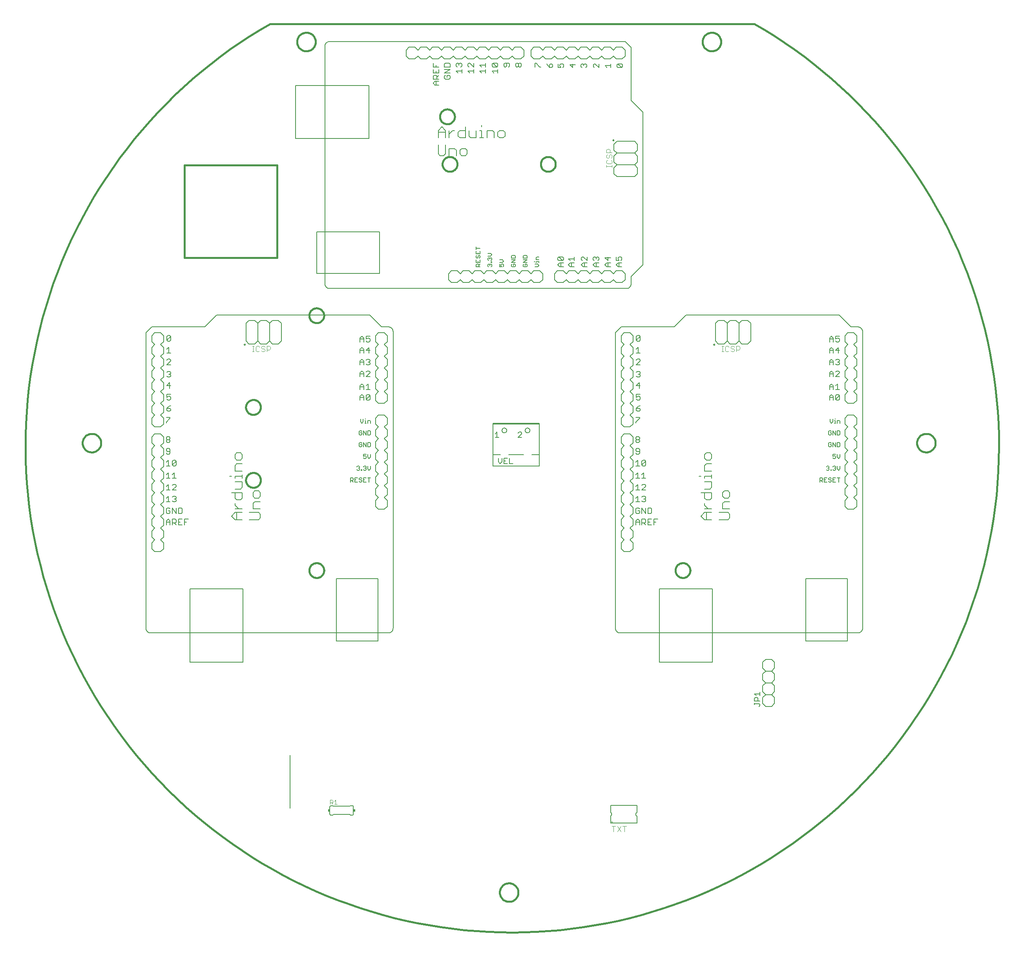
<source format=gto>
G75*
%MOIN*%
%OFA0B0*%
%FSLAX24Y24*%
%IPPOS*%
%LPD*%
%AMOC8*
5,1,8,0,0,1.08239X$1,22.5*
%
%ADD10C,0.0160*%
%ADD11C,0.0050*%
%ADD12C,0.0080*%
%ADD13C,0.0060*%
%ADD14C,0.0040*%
%ADD15C,0.0010*%
%ADD16R,0.0150X0.0200*%
D10*
X026639Y032780D02*
X026641Y032830D01*
X026647Y032880D01*
X026657Y032929D01*
X026671Y032977D01*
X026688Y033024D01*
X026709Y033069D01*
X026734Y033113D01*
X026762Y033154D01*
X026794Y033193D01*
X026828Y033230D01*
X026865Y033264D01*
X026905Y033294D01*
X026947Y033321D01*
X026991Y033345D01*
X027037Y033366D01*
X027084Y033382D01*
X027132Y033395D01*
X027182Y033404D01*
X027231Y033409D01*
X027282Y033410D01*
X027332Y033407D01*
X027381Y033400D01*
X027430Y033389D01*
X027478Y033374D01*
X027524Y033356D01*
X027569Y033334D01*
X027612Y033308D01*
X027653Y033279D01*
X027692Y033247D01*
X027728Y033212D01*
X027760Y033174D01*
X027790Y033134D01*
X027817Y033091D01*
X027840Y033047D01*
X027859Y033001D01*
X027875Y032953D01*
X027887Y032904D01*
X027895Y032855D01*
X027899Y032805D01*
X027899Y032755D01*
X027895Y032705D01*
X027887Y032656D01*
X027875Y032607D01*
X027859Y032559D01*
X027840Y032513D01*
X027817Y032469D01*
X027790Y032426D01*
X027760Y032386D01*
X027728Y032348D01*
X027692Y032313D01*
X027653Y032281D01*
X027612Y032252D01*
X027569Y032226D01*
X027524Y032204D01*
X027478Y032186D01*
X027430Y032171D01*
X027381Y032160D01*
X027332Y032153D01*
X027282Y032150D01*
X027231Y032151D01*
X027182Y032156D01*
X027132Y032165D01*
X027084Y032178D01*
X027037Y032194D01*
X026991Y032215D01*
X026947Y032239D01*
X026905Y032266D01*
X026865Y032296D01*
X026828Y032330D01*
X026794Y032367D01*
X026762Y032406D01*
X026734Y032447D01*
X026709Y032491D01*
X026688Y032536D01*
X026671Y032583D01*
X026657Y032631D01*
X026647Y032680D01*
X026641Y032730D01*
X026639Y032780D01*
X021261Y040446D02*
X021263Y040496D01*
X021269Y040546D01*
X021279Y040595D01*
X021293Y040643D01*
X021310Y040690D01*
X021331Y040735D01*
X021356Y040779D01*
X021384Y040820D01*
X021416Y040859D01*
X021450Y040896D01*
X021487Y040930D01*
X021527Y040960D01*
X021569Y040987D01*
X021613Y041011D01*
X021659Y041032D01*
X021706Y041048D01*
X021754Y041061D01*
X021804Y041070D01*
X021853Y041075D01*
X021904Y041076D01*
X021954Y041073D01*
X022003Y041066D01*
X022052Y041055D01*
X022100Y041040D01*
X022146Y041022D01*
X022191Y041000D01*
X022234Y040974D01*
X022275Y040945D01*
X022314Y040913D01*
X022350Y040878D01*
X022382Y040840D01*
X022412Y040800D01*
X022439Y040757D01*
X022462Y040713D01*
X022481Y040667D01*
X022497Y040619D01*
X022509Y040570D01*
X022517Y040521D01*
X022521Y040471D01*
X022521Y040421D01*
X022517Y040371D01*
X022509Y040322D01*
X022497Y040273D01*
X022481Y040225D01*
X022462Y040179D01*
X022439Y040135D01*
X022412Y040092D01*
X022382Y040052D01*
X022350Y040014D01*
X022314Y039979D01*
X022275Y039947D01*
X022234Y039918D01*
X022191Y039892D01*
X022146Y039870D01*
X022100Y039852D01*
X022052Y039837D01*
X022003Y039826D01*
X021954Y039819D01*
X021904Y039816D01*
X021853Y039817D01*
X021804Y039822D01*
X021754Y039831D01*
X021706Y039844D01*
X021659Y039860D01*
X021613Y039881D01*
X021569Y039905D01*
X021527Y039932D01*
X021487Y039962D01*
X021450Y039996D01*
X021416Y040033D01*
X021384Y040072D01*
X021356Y040113D01*
X021331Y040157D01*
X021310Y040202D01*
X021293Y040249D01*
X021279Y040297D01*
X021269Y040346D01*
X021263Y040396D01*
X021261Y040446D01*
X021261Y046643D02*
X021263Y046693D01*
X021269Y046743D01*
X021279Y046792D01*
X021293Y046840D01*
X021310Y046887D01*
X021331Y046932D01*
X021356Y046976D01*
X021384Y047017D01*
X021416Y047056D01*
X021450Y047093D01*
X021487Y047127D01*
X021527Y047157D01*
X021569Y047184D01*
X021613Y047208D01*
X021659Y047229D01*
X021706Y047245D01*
X021754Y047258D01*
X021804Y047267D01*
X021853Y047272D01*
X021904Y047273D01*
X021954Y047270D01*
X022003Y047263D01*
X022052Y047252D01*
X022100Y047237D01*
X022146Y047219D01*
X022191Y047197D01*
X022234Y047171D01*
X022275Y047142D01*
X022314Y047110D01*
X022350Y047075D01*
X022382Y047037D01*
X022412Y046997D01*
X022439Y046954D01*
X022462Y046910D01*
X022481Y046864D01*
X022497Y046816D01*
X022509Y046767D01*
X022517Y046718D01*
X022521Y046668D01*
X022521Y046618D01*
X022517Y046568D01*
X022509Y046519D01*
X022497Y046470D01*
X022481Y046422D01*
X022462Y046376D01*
X022439Y046332D01*
X022412Y046289D01*
X022382Y046249D01*
X022350Y046211D01*
X022314Y046176D01*
X022275Y046144D01*
X022234Y046115D01*
X022191Y046089D01*
X022146Y046067D01*
X022100Y046049D01*
X022052Y046034D01*
X022003Y046023D01*
X021954Y046016D01*
X021904Y046013D01*
X021853Y046014D01*
X021804Y046019D01*
X021754Y046028D01*
X021706Y046041D01*
X021659Y046057D01*
X021613Y046078D01*
X021569Y046102D01*
X021527Y046129D01*
X021487Y046159D01*
X021450Y046193D01*
X021416Y046230D01*
X021384Y046269D01*
X021356Y046310D01*
X021331Y046354D01*
X021310Y046399D01*
X021293Y046446D01*
X021279Y046494D01*
X021269Y046543D01*
X021263Y046593D01*
X021261Y046643D01*
X026639Y054434D02*
X026641Y054484D01*
X026647Y054534D01*
X026657Y054583D01*
X026671Y054631D01*
X026688Y054678D01*
X026709Y054723D01*
X026734Y054767D01*
X026762Y054808D01*
X026794Y054847D01*
X026828Y054884D01*
X026865Y054918D01*
X026905Y054948D01*
X026947Y054975D01*
X026991Y054999D01*
X027037Y055020D01*
X027084Y055036D01*
X027132Y055049D01*
X027182Y055058D01*
X027231Y055063D01*
X027282Y055064D01*
X027332Y055061D01*
X027381Y055054D01*
X027430Y055043D01*
X027478Y055028D01*
X027524Y055010D01*
X027569Y054988D01*
X027612Y054962D01*
X027653Y054933D01*
X027692Y054901D01*
X027728Y054866D01*
X027760Y054828D01*
X027790Y054788D01*
X027817Y054745D01*
X027840Y054701D01*
X027859Y054655D01*
X027875Y054607D01*
X027887Y054558D01*
X027895Y054509D01*
X027899Y054459D01*
X027899Y054409D01*
X027895Y054359D01*
X027887Y054310D01*
X027875Y054261D01*
X027859Y054213D01*
X027840Y054167D01*
X027817Y054123D01*
X027790Y054080D01*
X027760Y054040D01*
X027728Y054002D01*
X027692Y053967D01*
X027653Y053935D01*
X027612Y053906D01*
X027569Y053880D01*
X027524Y053858D01*
X027478Y053840D01*
X027430Y053825D01*
X027381Y053814D01*
X027332Y053807D01*
X027282Y053804D01*
X027231Y053805D01*
X027182Y053810D01*
X027132Y053819D01*
X027084Y053832D01*
X027037Y053848D01*
X026991Y053869D01*
X026947Y053893D01*
X026905Y053920D01*
X026865Y053950D01*
X026828Y053984D01*
X026794Y054021D01*
X026762Y054060D01*
X026734Y054101D01*
X026709Y054145D01*
X026688Y054190D01*
X026671Y054237D01*
X026657Y054285D01*
X026647Y054334D01*
X026641Y054384D01*
X026639Y054434D01*
X023922Y059355D02*
X016048Y059355D01*
X016048Y067229D01*
X023922Y067229D01*
X023922Y059355D01*
X037741Y071335D02*
X037743Y071385D01*
X037749Y071435D01*
X037759Y071484D01*
X037773Y071532D01*
X037790Y071579D01*
X037811Y071624D01*
X037836Y071668D01*
X037864Y071709D01*
X037896Y071748D01*
X037930Y071785D01*
X037967Y071819D01*
X038007Y071849D01*
X038049Y071876D01*
X038093Y071900D01*
X038139Y071921D01*
X038186Y071937D01*
X038234Y071950D01*
X038284Y071959D01*
X038333Y071964D01*
X038384Y071965D01*
X038434Y071962D01*
X038483Y071955D01*
X038532Y071944D01*
X038580Y071929D01*
X038626Y071911D01*
X038671Y071889D01*
X038714Y071863D01*
X038755Y071834D01*
X038794Y071802D01*
X038830Y071767D01*
X038862Y071729D01*
X038892Y071689D01*
X038919Y071646D01*
X038942Y071602D01*
X038961Y071556D01*
X038977Y071508D01*
X038989Y071459D01*
X038997Y071410D01*
X039001Y071360D01*
X039001Y071310D01*
X038997Y071260D01*
X038989Y071211D01*
X038977Y071162D01*
X038961Y071114D01*
X038942Y071068D01*
X038919Y071024D01*
X038892Y070981D01*
X038862Y070941D01*
X038830Y070903D01*
X038794Y070868D01*
X038755Y070836D01*
X038714Y070807D01*
X038671Y070781D01*
X038626Y070759D01*
X038580Y070741D01*
X038532Y070726D01*
X038483Y070715D01*
X038434Y070708D01*
X038384Y070705D01*
X038333Y070706D01*
X038284Y070711D01*
X038234Y070720D01*
X038186Y070733D01*
X038139Y070749D01*
X038093Y070770D01*
X038049Y070794D01*
X038007Y070821D01*
X037967Y070851D01*
X037930Y070885D01*
X037896Y070922D01*
X037864Y070961D01*
X037836Y071002D01*
X037811Y071046D01*
X037790Y071091D01*
X037773Y071138D01*
X037759Y071186D01*
X037749Y071235D01*
X037743Y071285D01*
X037741Y071335D01*
X037953Y067296D02*
X037955Y067346D01*
X037961Y067396D01*
X037971Y067445D01*
X037985Y067493D01*
X038002Y067540D01*
X038023Y067585D01*
X038048Y067629D01*
X038076Y067670D01*
X038108Y067709D01*
X038142Y067746D01*
X038179Y067780D01*
X038219Y067810D01*
X038261Y067837D01*
X038305Y067861D01*
X038351Y067882D01*
X038398Y067898D01*
X038446Y067911D01*
X038496Y067920D01*
X038545Y067925D01*
X038596Y067926D01*
X038646Y067923D01*
X038695Y067916D01*
X038744Y067905D01*
X038792Y067890D01*
X038838Y067872D01*
X038883Y067850D01*
X038926Y067824D01*
X038967Y067795D01*
X039006Y067763D01*
X039042Y067728D01*
X039074Y067690D01*
X039104Y067650D01*
X039131Y067607D01*
X039154Y067563D01*
X039173Y067517D01*
X039189Y067469D01*
X039201Y067420D01*
X039209Y067371D01*
X039213Y067321D01*
X039213Y067271D01*
X039209Y067221D01*
X039201Y067172D01*
X039189Y067123D01*
X039173Y067075D01*
X039154Y067029D01*
X039131Y066985D01*
X039104Y066942D01*
X039074Y066902D01*
X039042Y066864D01*
X039006Y066829D01*
X038967Y066797D01*
X038926Y066768D01*
X038883Y066742D01*
X038838Y066720D01*
X038792Y066702D01*
X038744Y066687D01*
X038695Y066676D01*
X038646Y066669D01*
X038596Y066666D01*
X038545Y066667D01*
X038496Y066672D01*
X038446Y066681D01*
X038398Y066694D01*
X038351Y066710D01*
X038305Y066731D01*
X038261Y066755D01*
X038219Y066782D01*
X038179Y066812D01*
X038142Y066846D01*
X038108Y066883D01*
X038076Y066922D01*
X038048Y066963D01*
X038023Y067007D01*
X038002Y067052D01*
X037985Y067099D01*
X037971Y067147D01*
X037961Y067196D01*
X037955Y067246D01*
X037953Y067296D01*
X046300Y067296D02*
X046302Y067346D01*
X046308Y067396D01*
X046318Y067445D01*
X046332Y067493D01*
X046349Y067540D01*
X046370Y067585D01*
X046395Y067629D01*
X046423Y067670D01*
X046455Y067709D01*
X046489Y067746D01*
X046526Y067780D01*
X046566Y067810D01*
X046608Y067837D01*
X046652Y067861D01*
X046698Y067882D01*
X046745Y067898D01*
X046793Y067911D01*
X046843Y067920D01*
X046892Y067925D01*
X046943Y067926D01*
X046993Y067923D01*
X047042Y067916D01*
X047091Y067905D01*
X047139Y067890D01*
X047185Y067872D01*
X047230Y067850D01*
X047273Y067824D01*
X047314Y067795D01*
X047353Y067763D01*
X047389Y067728D01*
X047421Y067690D01*
X047451Y067650D01*
X047478Y067607D01*
X047501Y067563D01*
X047520Y067517D01*
X047536Y067469D01*
X047548Y067420D01*
X047556Y067371D01*
X047560Y067321D01*
X047560Y067271D01*
X047556Y067221D01*
X047548Y067172D01*
X047536Y067123D01*
X047520Y067075D01*
X047501Y067029D01*
X047478Y066985D01*
X047451Y066942D01*
X047421Y066902D01*
X047389Y066864D01*
X047353Y066829D01*
X047314Y066797D01*
X047273Y066768D01*
X047230Y066742D01*
X047185Y066720D01*
X047139Y066702D01*
X047091Y066687D01*
X047042Y066676D01*
X046993Y066669D01*
X046943Y066666D01*
X046892Y066667D01*
X046843Y066672D01*
X046793Y066681D01*
X046745Y066694D01*
X046698Y066710D01*
X046652Y066731D01*
X046608Y066755D01*
X046566Y066782D01*
X046526Y066812D01*
X046489Y066846D01*
X046455Y066883D01*
X046423Y066922D01*
X046395Y066963D01*
X046370Y067007D01*
X046349Y067052D01*
X046332Y067099D01*
X046318Y067147D01*
X046308Y067196D01*
X046302Y067246D01*
X046300Y067296D01*
X060037Y077694D02*
X060039Y077750D01*
X060045Y077805D01*
X060055Y077859D01*
X060068Y077913D01*
X060086Y077966D01*
X060107Y078017D01*
X060131Y078067D01*
X060159Y078115D01*
X060191Y078161D01*
X060225Y078205D01*
X060263Y078246D01*
X060303Y078284D01*
X060346Y078319D01*
X060391Y078351D01*
X060439Y078380D01*
X060488Y078406D01*
X060539Y078428D01*
X060591Y078446D01*
X060645Y078460D01*
X060700Y078471D01*
X060755Y078478D01*
X060810Y078481D01*
X060866Y078480D01*
X060921Y078475D01*
X060976Y078466D01*
X061030Y078454D01*
X061083Y078437D01*
X061135Y078417D01*
X061185Y078393D01*
X061233Y078366D01*
X061280Y078336D01*
X061324Y078302D01*
X061366Y078265D01*
X061404Y078225D01*
X061441Y078183D01*
X061474Y078138D01*
X061503Y078092D01*
X061530Y078043D01*
X061552Y077992D01*
X061572Y077940D01*
X061587Y077886D01*
X061599Y077832D01*
X061607Y077777D01*
X061611Y077722D01*
X061611Y077666D01*
X061607Y077611D01*
X061599Y077556D01*
X061587Y077502D01*
X061572Y077448D01*
X061552Y077396D01*
X061530Y077345D01*
X061503Y077296D01*
X061474Y077250D01*
X061441Y077205D01*
X061404Y077163D01*
X061366Y077123D01*
X061324Y077086D01*
X061280Y077052D01*
X061233Y077022D01*
X061185Y076995D01*
X061135Y076971D01*
X061083Y076951D01*
X061030Y076934D01*
X060976Y076922D01*
X060921Y076913D01*
X060866Y076908D01*
X060810Y076907D01*
X060755Y076910D01*
X060700Y076917D01*
X060645Y076928D01*
X060591Y076942D01*
X060539Y076960D01*
X060488Y076982D01*
X060439Y077008D01*
X060391Y077037D01*
X060346Y077069D01*
X060303Y077104D01*
X060263Y077142D01*
X060225Y077183D01*
X060191Y077227D01*
X060159Y077273D01*
X060131Y077321D01*
X060107Y077371D01*
X060086Y077422D01*
X060068Y077475D01*
X060055Y077529D01*
X060045Y077583D01*
X060039Y077638D01*
X060037Y077694D01*
X064438Y079225D02*
X023304Y079225D01*
X025604Y077694D02*
X025606Y077750D01*
X025612Y077805D01*
X025622Y077859D01*
X025635Y077913D01*
X025653Y077966D01*
X025674Y078017D01*
X025698Y078067D01*
X025726Y078115D01*
X025758Y078161D01*
X025792Y078205D01*
X025830Y078246D01*
X025870Y078284D01*
X025913Y078319D01*
X025958Y078351D01*
X026006Y078380D01*
X026055Y078406D01*
X026106Y078428D01*
X026158Y078446D01*
X026212Y078460D01*
X026267Y078471D01*
X026322Y078478D01*
X026377Y078481D01*
X026433Y078480D01*
X026488Y078475D01*
X026543Y078466D01*
X026597Y078454D01*
X026650Y078437D01*
X026702Y078417D01*
X026752Y078393D01*
X026800Y078366D01*
X026847Y078336D01*
X026891Y078302D01*
X026933Y078265D01*
X026971Y078225D01*
X027008Y078183D01*
X027041Y078138D01*
X027070Y078092D01*
X027097Y078043D01*
X027119Y077992D01*
X027139Y077940D01*
X027154Y077886D01*
X027166Y077832D01*
X027174Y077777D01*
X027178Y077722D01*
X027178Y077666D01*
X027174Y077611D01*
X027166Y077556D01*
X027154Y077502D01*
X027139Y077448D01*
X027119Y077396D01*
X027097Y077345D01*
X027070Y077296D01*
X027041Y077250D01*
X027008Y077205D01*
X026971Y077163D01*
X026933Y077123D01*
X026891Y077086D01*
X026847Y077052D01*
X026800Y077022D01*
X026752Y076995D01*
X026702Y076971D01*
X026650Y076951D01*
X026597Y076934D01*
X026543Y076922D01*
X026488Y076913D01*
X026433Y076908D01*
X026377Y076907D01*
X026322Y076910D01*
X026267Y076917D01*
X026212Y076928D01*
X026158Y076942D01*
X026106Y076960D01*
X026055Y076982D01*
X026006Y077008D01*
X025958Y077037D01*
X025913Y077069D01*
X025870Y077104D01*
X025830Y077142D01*
X025792Y077183D01*
X025758Y077227D01*
X025726Y077273D01*
X025698Y077321D01*
X025674Y077371D01*
X025653Y077422D01*
X025635Y077475D01*
X025622Y077529D01*
X025612Y077583D01*
X025606Y077638D01*
X025604Y077694D01*
X007387Y043607D02*
X007389Y043663D01*
X007395Y043718D01*
X007405Y043772D01*
X007418Y043826D01*
X007436Y043879D01*
X007457Y043930D01*
X007481Y043980D01*
X007509Y044028D01*
X007541Y044074D01*
X007575Y044118D01*
X007613Y044159D01*
X007653Y044197D01*
X007696Y044232D01*
X007741Y044264D01*
X007789Y044293D01*
X007838Y044319D01*
X007889Y044341D01*
X007941Y044359D01*
X007995Y044373D01*
X008050Y044384D01*
X008105Y044391D01*
X008160Y044394D01*
X008216Y044393D01*
X008271Y044388D01*
X008326Y044379D01*
X008380Y044367D01*
X008433Y044350D01*
X008485Y044330D01*
X008535Y044306D01*
X008583Y044279D01*
X008630Y044249D01*
X008674Y044215D01*
X008716Y044178D01*
X008754Y044138D01*
X008791Y044096D01*
X008824Y044051D01*
X008853Y044005D01*
X008880Y043956D01*
X008902Y043905D01*
X008922Y043853D01*
X008937Y043799D01*
X008949Y043745D01*
X008957Y043690D01*
X008961Y043635D01*
X008961Y043579D01*
X008957Y043524D01*
X008949Y043469D01*
X008937Y043415D01*
X008922Y043361D01*
X008902Y043309D01*
X008880Y043258D01*
X008853Y043209D01*
X008824Y043163D01*
X008791Y043118D01*
X008754Y043076D01*
X008716Y043036D01*
X008674Y042999D01*
X008630Y042965D01*
X008583Y042935D01*
X008535Y042908D01*
X008485Y042884D01*
X008433Y042864D01*
X008380Y042847D01*
X008326Y042835D01*
X008271Y042826D01*
X008216Y042821D01*
X008160Y042820D01*
X008105Y042823D01*
X008050Y042830D01*
X007995Y042841D01*
X007941Y042855D01*
X007889Y042873D01*
X007838Y042895D01*
X007789Y042921D01*
X007741Y042950D01*
X007696Y042982D01*
X007653Y043017D01*
X007613Y043055D01*
X007575Y043096D01*
X007541Y043140D01*
X007509Y043186D01*
X007481Y043234D01*
X007457Y043284D01*
X007436Y043335D01*
X007418Y043388D01*
X007405Y043442D01*
X007395Y043496D01*
X007389Y043551D01*
X007387Y043607D01*
X023304Y079226D02*
X022432Y078711D01*
X021573Y078175D01*
X020727Y077619D01*
X019895Y077042D01*
X019077Y076444D01*
X018274Y075827D01*
X017487Y075191D01*
X016716Y074535D01*
X015960Y073860D01*
X015222Y073168D01*
X014501Y072457D01*
X013797Y071729D01*
X013111Y070984D01*
X012444Y070222D01*
X011796Y069445D01*
X011167Y068651D01*
X010557Y067843D01*
X009968Y067019D01*
X009399Y066182D01*
X008850Y065331D01*
X008323Y064467D01*
X007817Y063590D01*
X007332Y062701D01*
X006870Y061800D01*
X006429Y060888D01*
X006011Y059966D01*
X005616Y059034D01*
X005244Y058092D01*
X004895Y057142D01*
X004569Y056183D01*
X004267Y055216D01*
X003989Y054243D01*
X003734Y053263D01*
X003504Y052277D01*
X003298Y051286D01*
X003116Y050289D01*
X002959Y049289D01*
X002826Y048285D01*
X002718Y047279D01*
X002634Y046270D01*
X002575Y045259D01*
X002541Y044247D01*
X002532Y043234D01*
X002548Y042222D01*
X002588Y041210D01*
X002653Y040200D01*
X002743Y039191D01*
X002858Y038185D01*
X002997Y037182D01*
X003161Y036183D01*
X003349Y035188D01*
X003561Y034198D01*
X003798Y033214D01*
X004059Y032235D01*
X004343Y031264D01*
X004651Y030299D01*
X004983Y029343D01*
X005338Y028394D01*
X005717Y027455D01*
X006118Y026525D01*
X006542Y025606D01*
X006988Y024697D01*
X007456Y023799D01*
X007946Y022913D01*
X008458Y022039D01*
X008991Y021179D01*
X009545Y020331D01*
X010119Y019497D01*
X010714Y018678D01*
X011328Y017873D01*
X011963Y017084D01*
X012616Y016310D01*
X013288Y015553D01*
X013978Y014812D01*
X014686Y014088D01*
X015412Y013382D01*
X016155Y012694D01*
X016915Y012025D01*
X017690Y011374D01*
X018482Y010742D01*
X019288Y010130D01*
X020110Y009538D01*
X020945Y008966D01*
X021795Y008415D01*
X022657Y007885D01*
X023533Y007376D01*
X024420Y006889D01*
X025319Y006423D01*
X026230Y005980D01*
X027151Y005559D01*
X028082Y005161D01*
X029022Y004786D01*
X029971Y004434D01*
X030929Y004105D01*
X031895Y003800D01*
X032867Y003518D01*
X033846Y003261D01*
X034832Y003027D01*
X035822Y002818D01*
X036818Y002633D01*
X037818Y002473D01*
X038821Y002337D01*
X039827Y002225D01*
X040836Y002139D01*
X041847Y002077D01*
X042859Y002039D01*
X043871Y002027D01*
X044883Y002039D01*
X045895Y002077D01*
X046906Y002139D01*
X047915Y002225D01*
X048921Y002337D01*
X049924Y002473D01*
X050924Y002633D01*
X051920Y002818D01*
X052910Y003027D01*
X053896Y003261D01*
X054875Y003518D01*
X055847Y003800D01*
X056813Y004105D01*
X057771Y004434D01*
X058720Y004786D01*
X059660Y005161D01*
X060591Y005559D01*
X061512Y005980D01*
X062423Y006423D01*
X063322Y006889D01*
X064209Y007376D01*
X065085Y007885D01*
X065947Y008415D01*
X066797Y008966D01*
X067632Y009538D01*
X068454Y010130D01*
X069260Y010742D01*
X070052Y011374D01*
X070827Y012025D01*
X071587Y012694D01*
X072330Y013382D01*
X073056Y014088D01*
X073764Y014812D01*
X074454Y015553D01*
X075126Y016310D01*
X075779Y017084D01*
X076414Y017873D01*
X077028Y018678D01*
X077623Y019497D01*
X078197Y020331D01*
X078751Y021179D01*
X079284Y022039D01*
X079796Y022913D01*
X080286Y023799D01*
X080754Y024697D01*
X081200Y025606D01*
X081624Y026525D01*
X082025Y027455D01*
X082404Y028394D01*
X082759Y029343D01*
X083091Y030299D01*
X083399Y031264D01*
X083683Y032235D01*
X083944Y033214D01*
X084181Y034198D01*
X084393Y035188D01*
X084581Y036183D01*
X084745Y037182D01*
X084884Y038185D01*
X084999Y039191D01*
X085089Y040200D01*
X085154Y041210D01*
X085194Y042222D01*
X085210Y043234D01*
X085201Y044247D01*
X085167Y045259D01*
X085108Y046270D01*
X085024Y047279D01*
X084916Y048285D01*
X084783Y049289D01*
X084626Y050289D01*
X084444Y051286D01*
X084238Y052277D01*
X084008Y053263D01*
X083753Y054243D01*
X083475Y055216D01*
X083173Y056183D01*
X082847Y057142D01*
X082498Y058092D01*
X082126Y059034D01*
X081731Y059966D01*
X081313Y060888D01*
X080872Y061800D01*
X080410Y062701D01*
X079925Y063590D01*
X079419Y064467D01*
X078892Y065331D01*
X078343Y066182D01*
X077774Y067019D01*
X077185Y067843D01*
X076575Y068651D01*
X075946Y069445D01*
X075298Y070222D01*
X074631Y070984D01*
X073945Y071729D01*
X073241Y072457D01*
X072520Y073168D01*
X071782Y073860D01*
X071026Y074535D01*
X070255Y075191D01*
X069468Y075827D01*
X068665Y076444D01*
X067847Y077042D01*
X067015Y077619D01*
X066169Y078175D01*
X065310Y078711D01*
X064438Y079226D01*
X078253Y043607D02*
X078255Y043663D01*
X078261Y043718D01*
X078271Y043772D01*
X078284Y043826D01*
X078302Y043879D01*
X078323Y043930D01*
X078347Y043980D01*
X078375Y044028D01*
X078407Y044074D01*
X078441Y044118D01*
X078479Y044159D01*
X078519Y044197D01*
X078562Y044232D01*
X078607Y044264D01*
X078655Y044293D01*
X078704Y044319D01*
X078755Y044341D01*
X078807Y044359D01*
X078861Y044373D01*
X078916Y044384D01*
X078971Y044391D01*
X079026Y044394D01*
X079082Y044393D01*
X079137Y044388D01*
X079192Y044379D01*
X079246Y044367D01*
X079299Y044350D01*
X079351Y044330D01*
X079401Y044306D01*
X079449Y044279D01*
X079496Y044249D01*
X079540Y044215D01*
X079582Y044178D01*
X079620Y044138D01*
X079657Y044096D01*
X079690Y044051D01*
X079719Y044005D01*
X079746Y043956D01*
X079768Y043905D01*
X079788Y043853D01*
X079803Y043799D01*
X079815Y043745D01*
X079823Y043690D01*
X079827Y043635D01*
X079827Y043579D01*
X079823Y043524D01*
X079815Y043469D01*
X079803Y043415D01*
X079788Y043361D01*
X079768Y043309D01*
X079746Y043258D01*
X079719Y043209D01*
X079690Y043163D01*
X079657Y043118D01*
X079620Y043076D01*
X079582Y043036D01*
X079540Y042999D01*
X079496Y042965D01*
X079449Y042935D01*
X079401Y042908D01*
X079351Y042884D01*
X079299Y042864D01*
X079246Y042847D01*
X079192Y042835D01*
X079137Y042826D01*
X079082Y042821D01*
X079026Y042820D01*
X078971Y042823D01*
X078916Y042830D01*
X078861Y042841D01*
X078807Y042855D01*
X078755Y042873D01*
X078704Y042895D01*
X078655Y042921D01*
X078607Y042950D01*
X078562Y042982D01*
X078519Y043017D01*
X078479Y043055D01*
X078441Y043096D01*
X078407Y043140D01*
X078375Y043186D01*
X078347Y043234D01*
X078323Y043284D01*
X078302Y043335D01*
X078284Y043388D01*
X078271Y043442D01*
X078261Y043496D01*
X078255Y043551D01*
X078253Y043607D01*
X057741Y032780D02*
X057743Y032830D01*
X057749Y032880D01*
X057759Y032929D01*
X057773Y032977D01*
X057790Y033024D01*
X057811Y033069D01*
X057836Y033113D01*
X057864Y033154D01*
X057896Y033193D01*
X057930Y033230D01*
X057967Y033264D01*
X058007Y033294D01*
X058049Y033321D01*
X058093Y033345D01*
X058139Y033366D01*
X058186Y033382D01*
X058234Y033395D01*
X058284Y033404D01*
X058333Y033409D01*
X058384Y033410D01*
X058434Y033407D01*
X058483Y033400D01*
X058532Y033389D01*
X058580Y033374D01*
X058626Y033356D01*
X058671Y033334D01*
X058714Y033308D01*
X058755Y033279D01*
X058794Y033247D01*
X058830Y033212D01*
X058862Y033174D01*
X058892Y033134D01*
X058919Y033091D01*
X058942Y033047D01*
X058961Y033001D01*
X058977Y032953D01*
X058989Y032904D01*
X058997Y032855D01*
X059001Y032805D01*
X059001Y032755D01*
X058997Y032705D01*
X058989Y032656D01*
X058977Y032607D01*
X058961Y032559D01*
X058942Y032513D01*
X058919Y032469D01*
X058892Y032426D01*
X058862Y032386D01*
X058830Y032348D01*
X058794Y032313D01*
X058755Y032281D01*
X058714Y032252D01*
X058671Y032226D01*
X058626Y032204D01*
X058580Y032186D01*
X058532Y032171D01*
X058483Y032160D01*
X058434Y032153D01*
X058384Y032150D01*
X058333Y032151D01*
X058284Y032156D01*
X058234Y032165D01*
X058186Y032178D01*
X058139Y032194D01*
X058093Y032215D01*
X058049Y032239D01*
X058007Y032266D01*
X057967Y032296D01*
X057930Y032330D01*
X057896Y032367D01*
X057864Y032406D01*
X057836Y032447D01*
X057811Y032491D01*
X057790Y032536D01*
X057773Y032583D01*
X057759Y032631D01*
X057749Y032680D01*
X057743Y032730D01*
X057741Y032780D01*
X042820Y005418D02*
X042822Y005474D01*
X042828Y005529D01*
X042838Y005583D01*
X042851Y005637D01*
X042869Y005690D01*
X042890Y005741D01*
X042914Y005791D01*
X042942Y005839D01*
X042974Y005885D01*
X043008Y005929D01*
X043046Y005970D01*
X043086Y006008D01*
X043129Y006043D01*
X043174Y006075D01*
X043222Y006104D01*
X043271Y006130D01*
X043322Y006152D01*
X043374Y006170D01*
X043428Y006184D01*
X043483Y006195D01*
X043538Y006202D01*
X043593Y006205D01*
X043649Y006204D01*
X043704Y006199D01*
X043759Y006190D01*
X043813Y006178D01*
X043866Y006161D01*
X043918Y006141D01*
X043968Y006117D01*
X044016Y006090D01*
X044063Y006060D01*
X044107Y006026D01*
X044149Y005989D01*
X044187Y005949D01*
X044224Y005907D01*
X044257Y005862D01*
X044286Y005816D01*
X044313Y005767D01*
X044335Y005716D01*
X044355Y005664D01*
X044370Y005610D01*
X044382Y005556D01*
X044390Y005501D01*
X044394Y005446D01*
X044394Y005390D01*
X044390Y005335D01*
X044382Y005280D01*
X044370Y005226D01*
X044355Y005172D01*
X044335Y005120D01*
X044313Y005069D01*
X044286Y005020D01*
X044257Y004974D01*
X044224Y004929D01*
X044187Y004887D01*
X044149Y004847D01*
X044107Y004810D01*
X044063Y004776D01*
X044016Y004746D01*
X043968Y004719D01*
X043918Y004695D01*
X043866Y004675D01*
X043813Y004658D01*
X043759Y004646D01*
X043704Y004637D01*
X043649Y004632D01*
X043593Y004631D01*
X043538Y004634D01*
X043483Y004641D01*
X043428Y004652D01*
X043374Y004666D01*
X043322Y004684D01*
X043271Y004706D01*
X043222Y004732D01*
X043174Y004761D01*
X043129Y004793D01*
X043086Y004828D01*
X043046Y004866D01*
X043008Y004907D01*
X042974Y004951D01*
X042942Y004997D01*
X042914Y005045D01*
X042890Y005095D01*
X042869Y005146D01*
X042851Y005199D01*
X042838Y005253D01*
X042828Y005307D01*
X042822Y005362D01*
X042820Y005418D01*
D11*
X025001Y012578D02*
X025001Y017078D01*
X021015Y024965D02*
X016515Y024965D01*
X016515Y031215D01*
X021015Y031215D01*
X021015Y024965D01*
X028955Y026765D02*
X032475Y026765D01*
X032475Y032085D01*
X028955Y032085D01*
X028955Y026765D01*
X033365Y027465D02*
X013175Y027465D01*
X013136Y027467D01*
X013097Y027473D01*
X013059Y027482D01*
X013022Y027495D01*
X012986Y027512D01*
X012953Y027532D01*
X012921Y027556D01*
X012892Y027582D01*
X012866Y027611D01*
X012842Y027643D01*
X012822Y027676D01*
X012805Y027712D01*
X012792Y027749D01*
X012783Y027787D01*
X012777Y027826D01*
X012775Y027865D01*
X012775Y052965D01*
X013275Y053465D01*
X017775Y053465D01*
X018775Y054465D01*
X031765Y054465D01*
X032765Y053465D01*
X033365Y053465D01*
X033404Y053463D01*
X033443Y053457D01*
X033481Y053448D01*
X033518Y053435D01*
X033554Y053418D01*
X033587Y053398D01*
X033619Y053374D01*
X033648Y053348D01*
X033674Y053319D01*
X033698Y053287D01*
X033718Y053254D01*
X033735Y053218D01*
X033748Y053181D01*
X033757Y053143D01*
X033763Y053104D01*
X033765Y053065D01*
X033765Y027865D01*
X033763Y027826D01*
X033757Y027787D01*
X033748Y027749D01*
X033735Y027712D01*
X033718Y027676D01*
X033698Y027643D01*
X033674Y027611D01*
X033648Y027582D01*
X033619Y027556D01*
X033587Y027532D01*
X033554Y027512D01*
X033518Y027495D01*
X033481Y027482D01*
X033443Y027473D01*
X033404Y027467D01*
X033365Y027465D01*
X042860Y041861D02*
X042710Y042011D01*
X042710Y042312D01*
X043010Y042312D02*
X043010Y042011D01*
X042860Y041861D01*
X043171Y041861D02*
X043471Y041861D01*
X043631Y041861D02*
X043631Y042312D01*
X043471Y042312D02*
X043171Y042312D01*
X043171Y041861D01*
X043171Y042087D02*
X043321Y042087D01*
X043631Y041861D02*
X043931Y041861D01*
X044390Y044081D02*
X044690Y044382D01*
X044690Y044457D01*
X044615Y044532D01*
X044465Y044532D01*
X044390Y044457D01*
X044390Y044081D02*
X044690Y044081D01*
X042740Y044081D02*
X042440Y044081D01*
X042590Y044081D02*
X042590Y044532D01*
X042440Y044382D01*
X052649Y052965D02*
X053149Y053465D01*
X057649Y053465D01*
X058649Y054465D01*
X071639Y054465D01*
X072639Y053465D01*
X073239Y053465D01*
X073278Y053463D01*
X073317Y053457D01*
X073355Y053448D01*
X073392Y053435D01*
X073428Y053418D01*
X073461Y053398D01*
X073493Y053374D01*
X073522Y053348D01*
X073548Y053319D01*
X073572Y053287D01*
X073592Y053254D01*
X073609Y053218D01*
X073622Y053181D01*
X073631Y053143D01*
X073637Y053104D01*
X073639Y053065D01*
X073639Y027865D01*
X073637Y027826D01*
X073631Y027787D01*
X073622Y027749D01*
X073609Y027712D01*
X073592Y027676D01*
X073572Y027643D01*
X073548Y027611D01*
X073522Y027582D01*
X073493Y027556D01*
X073461Y027532D01*
X073428Y027512D01*
X073392Y027495D01*
X073355Y027482D01*
X073317Y027473D01*
X073278Y027467D01*
X073239Y027465D01*
X053049Y027465D01*
X053010Y027467D01*
X052971Y027473D01*
X052933Y027482D01*
X052896Y027495D01*
X052860Y027512D01*
X052827Y027532D01*
X052795Y027556D01*
X052766Y027582D01*
X052740Y027611D01*
X052716Y027643D01*
X052696Y027676D01*
X052679Y027712D01*
X052666Y027749D01*
X052657Y027787D01*
X052651Y027826D01*
X052649Y027865D01*
X052649Y052965D01*
X053580Y056732D02*
X028380Y056732D01*
X028341Y056734D01*
X028302Y056740D01*
X028264Y056749D01*
X028227Y056762D01*
X028191Y056779D01*
X028158Y056799D01*
X028126Y056823D01*
X028097Y056849D01*
X028071Y056878D01*
X028047Y056910D01*
X028027Y056943D01*
X028010Y056979D01*
X027997Y057016D01*
X027988Y057054D01*
X027982Y057093D01*
X027980Y057132D01*
X027980Y077322D01*
X027982Y077361D01*
X027988Y077400D01*
X027997Y077438D01*
X028010Y077475D01*
X028027Y077511D01*
X028047Y077544D01*
X028071Y077576D01*
X028097Y077605D01*
X028126Y077631D01*
X028158Y077655D01*
X028191Y077675D01*
X028227Y077692D01*
X028264Y077705D01*
X028302Y077714D01*
X028341Y077720D01*
X028380Y077722D01*
X053480Y077722D01*
X053980Y077222D01*
X053980Y072722D01*
X054980Y071722D01*
X054980Y058732D01*
X053980Y057732D01*
X053980Y057132D01*
X053978Y057093D01*
X053972Y057054D01*
X053963Y057016D01*
X053950Y056979D01*
X053933Y056943D01*
X053913Y056910D01*
X053889Y056878D01*
X053863Y056849D01*
X053834Y056823D01*
X053802Y056799D01*
X053769Y056779D01*
X053733Y056762D01*
X053696Y056749D01*
X053658Y056740D01*
X053619Y056734D01*
X053580Y056732D01*
X060989Y051965D02*
X060991Y051978D01*
X060996Y051991D01*
X061005Y052002D01*
X061016Y052009D01*
X061029Y052014D01*
X061042Y052015D01*
X061056Y052012D01*
X061068Y052006D01*
X061078Y051997D01*
X061085Y051985D01*
X061089Y051972D01*
X061089Y051958D01*
X061085Y051945D01*
X061078Y051933D01*
X061068Y051924D01*
X061056Y051918D01*
X061042Y051915D01*
X061029Y051916D01*
X061016Y051921D01*
X061005Y051928D01*
X060996Y051939D01*
X060991Y051952D01*
X060989Y051965D01*
X052430Y069332D02*
X052432Y069345D01*
X052437Y069358D01*
X052446Y069369D01*
X052457Y069376D01*
X052470Y069381D01*
X052483Y069382D01*
X052497Y069379D01*
X052509Y069373D01*
X052519Y069364D01*
X052526Y069352D01*
X052530Y069339D01*
X052530Y069325D01*
X052526Y069312D01*
X052519Y069300D01*
X052509Y069291D01*
X052497Y069285D01*
X052483Y069282D01*
X052470Y069283D01*
X052457Y069288D01*
X052446Y069295D01*
X052437Y069306D01*
X052432Y069319D01*
X052430Y069332D01*
X032600Y061542D02*
X032600Y058022D01*
X027280Y058022D01*
X027280Y061542D01*
X032600Y061542D01*
X031730Y069482D02*
X025480Y069482D01*
X025480Y073982D01*
X031730Y073982D01*
X031730Y069482D01*
X021115Y051965D02*
X021117Y051978D01*
X021122Y051991D01*
X021131Y052002D01*
X021142Y052009D01*
X021155Y052014D01*
X021168Y052015D01*
X021182Y052012D01*
X021194Y052006D01*
X021204Y051997D01*
X021211Y051985D01*
X021215Y051972D01*
X021215Y051958D01*
X021211Y051945D01*
X021204Y051933D01*
X021194Y051924D01*
X021182Y051918D01*
X021168Y051915D01*
X021155Y051916D01*
X021142Y051921D01*
X021131Y051928D01*
X021122Y051939D01*
X021117Y051952D01*
X021115Y051965D01*
X056389Y031215D02*
X056389Y024965D01*
X060889Y024965D01*
X060889Y031215D01*
X056389Y031215D01*
X064460Y022295D02*
X064910Y022295D01*
X064910Y022145D02*
X064910Y022445D01*
X064610Y022145D02*
X064460Y022295D01*
X064535Y021985D02*
X064685Y021985D01*
X064760Y021910D01*
X064760Y021685D01*
X064910Y021685D02*
X064460Y021685D01*
X064460Y021910D01*
X064535Y021985D01*
X064460Y021525D02*
X064460Y021374D01*
X064460Y021449D02*
X064835Y021449D01*
X064910Y021374D01*
X064910Y021299D01*
X064835Y021224D01*
X068829Y026765D02*
X072349Y026765D01*
X072349Y032085D01*
X068829Y032085D01*
X068829Y026765D01*
D12*
X062205Y037085D02*
X061438Y037085D01*
X060829Y037085D02*
X060215Y037085D01*
X059908Y037392D01*
X060215Y037699D01*
X060829Y037699D01*
X060829Y038006D02*
X060215Y038006D01*
X060522Y038006D02*
X060215Y038313D01*
X060215Y038467D01*
X060368Y038773D02*
X060215Y038927D01*
X060215Y039387D01*
X059908Y039387D02*
X060829Y039387D01*
X060829Y038927D01*
X060675Y038773D01*
X060368Y038773D01*
X060215Y039694D02*
X060675Y039694D01*
X060829Y039848D01*
X060829Y040308D01*
X060215Y040308D01*
X060215Y040615D02*
X060215Y040768D01*
X060829Y040768D01*
X060829Y040615D02*
X060829Y040922D01*
X060829Y041229D02*
X060215Y041229D01*
X060215Y041689D01*
X060368Y041843D01*
X060829Y041843D01*
X060675Y042150D02*
X060829Y042303D01*
X060829Y042610D01*
X060675Y042764D01*
X060368Y042764D01*
X060215Y042610D01*
X060215Y042303D01*
X060368Y042150D01*
X060675Y042150D01*
X059908Y040768D02*
X059754Y040768D01*
X061745Y039387D02*
X061745Y039080D01*
X061898Y038927D01*
X062205Y038927D01*
X062359Y039080D01*
X062359Y039387D01*
X062205Y039541D01*
X061898Y039541D01*
X061745Y039387D01*
X061898Y038620D02*
X062359Y038620D01*
X061898Y038620D02*
X061745Y038467D01*
X061745Y038006D01*
X062359Y038006D01*
X062205Y037699D02*
X061438Y037699D01*
X062205Y037699D02*
X062359Y037546D01*
X062359Y037239D01*
X062205Y037085D01*
X060368Y037085D02*
X060368Y037699D01*
X056246Y037136D02*
X055926Y037136D01*
X055926Y036655D01*
X055730Y036655D02*
X055410Y036655D01*
X055410Y037136D01*
X055730Y037136D01*
X055570Y036896D02*
X055410Y036896D01*
X055214Y036896D02*
X055134Y036815D01*
X054894Y036815D01*
X054894Y036655D02*
X054894Y037136D01*
X055134Y037136D01*
X055214Y037056D01*
X055214Y036896D01*
X055054Y036815D02*
X055214Y036655D01*
X054699Y036655D02*
X054699Y036976D01*
X054539Y037136D01*
X054379Y036976D01*
X054379Y036655D01*
X054379Y036896D02*
X054699Y036896D01*
X054139Y037115D02*
X054139Y036615D01*
X053889Y036365D01*
X054139Y036115D01*
X054139Y035615D01*
X053889Y035365D01*
X054139Y035115D01*
X054139Y034615D01*
X053889Y034365D01*
X053389Y034365D01*
X053139Y034615D01*
X053139Y035115D01*
X053389Y035365D01*
X053139Y035615D01*
X053139Y036115D01*
X053389Y036365D01*
X053139Y036615D01*
X053139Y037115D01*
X053389Y037365D01*
X053139Y037615D01*
X053139Y038115D01*
X053389Y038365D01*
X053139Y038615D01*
X053139Y039115D01*
X053389Y039365D01*
X053139Y039615D01*
X053139Y040115D01*
X053389Y040365D01*
X053139Y040615D01*
X053139Y041115D01*
X053389Y041365D01*
X053139Y041615D01*
X053139Y042115D01*
X053389Y042365D01*
X053139Y042615D01*
X053139Y043115D01*
X053389Y043365D01*
X053139Y043615D01*
X053139Y044115D01*
X053389Y044365D01*
X053889Y044365D01*
X054139Y044115D01*
X054139Y043615D01*
X053889Y043365D01*
X054139Y043115D01*
X054139Y042615D01*
X053889Y042365D01*
X054139Y042115D01*
X054139Y041615D01*
X053889Y041365D01*
X054139Y041115D01*
X054139Y040615D01*
X053889Y040365D01*
X054139Y040115D01*
X054139Y039615D01*
X053889Y039365D01*
X054139Y039115D01*
X054139Y038615D01*
X053889Y038365D01*
X054139Y038115D01*
X054139Y037615D01*
X053889Y037365D01*
X054139Y037115D01*
X054459Y037605D02*
X054619Y037605D01*
X054699Y037685D01*
X054699Y037846D01*
X054539Y037846D01*
X054699Y038006D02*
X054619Y038086D01*
X054459Y038086D01*
X054379Y038006D01*
X054379Y037685D01*
X054459Y037605D01*
X054894Y037605D02*
X054894Y038086D01*
X055214Y037605D01*
X055214Y038086D01*
X055410Y038086D02*
X055650Y038086D01*
X055730Y038006D01*
X055730Y037685D01*
X055650Y037605D01*
X055410Y037605D01*
X055410Y038086D01*
X055134Y038605D02*
X054974Y038605D01*
X054894Y038685D01*
X054699Y038605D02*
X054379Y038605D01*
X054539Y038605D02*
X054539Y039086D01*
X054379Y038926D01*
X054894Y039006D02*
X054974Y039086D01*
X055134Y039086D01*
X055214Y039006D01*
X055214Y038926D01*
X055134Y038846D01*
X055214Y038765D01*
X055214Y038685D01*
X055134Y038605D01*
X055134Y038846D02*
X055054Y038846D01*
X054894Y039605D02*
X055214Y039926D01*
X055214Y040006D01*
X055134Y040086D01*
X054974Y040086D01*
X054894Y040006D01*
X054539Y040086D02*
X054539Y039605D01*
X054379Y039605D02*
X054699Y039605D01*
X054894Y039605D02*
X055214Y039605D01*
X054539Y040086D02*
X054379Y039926D01*
X054379Y040605D02*
X054699Y040605D01*
X054539Y040605D02*
X054539Y041086D01*
X054379Y040926D01*
X054894Y040926D02*
X055054Y041086D01*
X055054Y040605D01*
X054894Y040605D02*
X055214Y040605D01*
X055134Y041655D02*
X054974Y041655D01*
X054894Y041735D01*
X055214Y042056D01*
X055214Y041735D01*
X055134Y041655D01*
X054894Y041735D02*
X054894Y042056D01*
X054974Y042136D01*
X055134Y042136D01*
X055214Y042056D01*
X054699Y041655D02*
X054379Y041655D01*
X054539Y041655D02*
X054539Y042136D01*
X054379Y041976D01*
X054459Y042655D02*
X054619Y042655D01*
X054699Y042735D01*
X054699Y043056D01*
X054619Y043136D01*
X054459Y043136D01*
X054379Y043056D01*
X054379Y042976D01*
X054459Y042896D01*
X054699Y042896D01*
X054459Y042655D02*
X054379Y042735D01*
X054459Y043655D02*
X054379Y043735D01*
X054379Y043815D01*
X054459Y043896D01*
X054619Y043896D01*
X054699Y043815D01*
X054699Y043735D01*
X054619Y043655D01*
X054459Y043655D01*
X054459Y043896D02*
X054379Y043976D01*
X054379Y044056D01*
X054459Y044136D01*
X054619Y044136D01*
X054699Y044056D01*
X054699Y043976D01*
X054619Y043896D01*
X053889Y044965D02*
X054139Y045215D01*
X054139Y045715D01*
X053889Y045965D01*
X054139Y046215D01*
X054139Y046715D01*
X053889Y046965D01*
X054139Y047215D01*
X054139Y047715D01*
X053889Y047965D01*
X054139Y048215D01*
X054139Y048715D01*
X053889Y048965D01*
X054139Y049215D01*
X054139Y049715D01*
X053889Y049965D01*
X054139Y050215D01*
X054139Y050715D01*
X053889Y050965D01*
X054139Y051215D01*
X054139Y051715D01*
X053889Y051965D01*
X054139Y052215D01*
X054139Y052715D01*
X053889Y052965D01*
X053389Y052965D01*
X053139Y052715D01*
X053139Y052215D01*
X053389Y051965D01*
X053139Y051715D01*
X053139Y051215D01*
X053389Y050965D01*
X053139Y050715D01*
X053139Y050215D01*
X053389Y049965D01*
X053139Y049715D01*
X053139Y049215D01*
X053389Y048965D01*
X053139Y048715D01*
X053139Y048215D01*
X053389Y047965D01*
X053139Y047715D01*
X053139Y047215D01*
X053389Y046965D01*
X053139Y046715D01*
X053139Y046215D01*
X053389Y045965D01*
X053139Y045715D01*
X053139Y045215D01*
X053389Y044965D01*
X053889Y044965D01*
X054379Y045305D02*
X054379Y045385D01*
X054699Y045706D01*
X054699Y045786D01*
X054379Y045786D01*
X054509Y046305D02*
X054669Y046305D01*
X054749Y046385D01*
X054749Y046465D01*
X054669Y046546D01*
X054429Y046546D01*
X054429Y046385D01*
X054509Y046305D01*
X054429Y046546D02*
X054589Y046706D01*
X054749Y046786D01*
X054669Y047255D02*
X054509Y047255D01*
X054429Y047335D01*
X054429Y047496D02*
X054589Y047576D01*
X054669Y047576D01*
X054749Y047496D01*
X054749Y047335D01*
X054669Y047255D01*
X054429Y047496D02*
X054429Y047736D01*
X054749Y047736D01*
X054669Y048255D02*
X054669Y048736D01*
X054429Y048496D01*
X054749Y048496D01*
X054669Y049205D02*
X054509Y049205D01*
X054429Y049285D01*
X054589Y049446D02*
X054669Y049446D01*
X054749Y049365D01*
X054749Y049285D01*
X054669Y049205D01*
X054669Y049446D02*
X054749Y049526D01*
X054749Y049606D01*
X054669Y049686D01*
X054509Y049686D01*
X054429Y049606D01*
X054429Y050255D02*
X054749Y050576D01*
X054749Y050656D01*
X054669Y050736D01*
X054509Y050736D01*
X054429Y050656D01*
X054429Y050255D02*
X054749Y050255D01*
X054749Y051255D02*
X054429Y051255D01*
X054589Y051255D02*
X054589Y051736D01*
X054429Y051576D01*
X054509Y052255D02*
X054429Y052335D01*
X054749Y052656D01*
X054749Y052335D01*
X054669Y052255D01*
X054509Y052255D01*
X054429Y052335D02*
X054429Y052656D01*
X054509Y052736D01*
X054669Y052736D01*
X054749Y052656D01*
X053230Y057232D02*
X052730Y057232D01*
X052480Y057482D01*
X052230Y057232D01*
X051730Y057232D01*
X051480Y057482D01*
X051230Y057232D01*
X050730Y057232D01*
X050480Y057482D01*
X050230Y057232D01*
X049730Y057232D01*
X049480Y057482D01*
X049230Y057232D01*
X048730Y057232D01*
X048480Y057482D01*
X048230Y057232D01*
X047730Y057232D01*
X047480Y057482D01*
X047480Y057982D01*
X047730Y058232D01*
X048230Y058232D01*
X048480Y057982D01*
X048730Y058232D01*
X049230Y058232D01*
X049480Y057982D01*
X049730Y058232D01*
X050230Y058232D01*
X050480Y057982D01*
X050730Y058232D01*
X051230Y058232D01*
X051480Y057982D01*
X051730Y058232D01*
X052230Y058232D01*
X052480Y057982D01*
X052730Y058232D01*
X053230Y058232D01*
X053480Y057982D01*
X053480Y057482D01*
X053230Y057232D01*
X053190Y058582D02*
X052869Y058582D01*
X052709Y058743D01*
X052869Y058903D01*
X053190Y058903D01*
X053110Y059098D02*
X053190Y059178D01*
X053190Y059338D01*
X053110Y059418D01*
X052949Y059418D01*
X052869Y059338D01*
X052869Y059258D01*
X052949Y059098D01*
X052709Y059098D01*
X052709Y059418D01*
X052240Y059338D02*
X051759Y059338D01*
X051999Y059098D01*
X051999Y059418D01*
X051999Y058903D02*
X051999Y058582D01*
X051919Y058582D02*
X051759Y058743D01*
X051919Y058903D01*
X052240Y058903D01*
X052240Y058582D02*
X051919Y058582D01*
X051240Y058582D02*
X050919Y058582D01*
X050759Y058743D01*
X050919Y058903D01*
X051240Y058903D01*
X051160Y059098D02*
X051240Y059178D01*
X051240Y059338D01*
X051160Y059418D01*
X051080Y059418D01*
X050999Y059338D01*
X050999Y059258D01*
X050999Y059338D02*
X050919Y059418D01*
X050839Y059418D01*
X050759Y059338D01*
X050759Y059178D01*
X050839Y059098D01*
X050999Y058903D02*
X050999Y058582D01*
X050240Y058582D02*
X049919Y058582D01*
X049759Y058743D01*
X049919Y058903D01*
X050240Y058903D01*
X050240Y059098D02*
X049919Y059418D01*
X049839Y059418D01*
X049759Y059338D01*
X049759Y059178D01*
X049839Y059098D01*
X049999Y058903D02*
X049999Y058582D01*
X050240Y059098D02*
X050240Y059418D01*
X049140Y059418D02*
X049140Y059098D01*
X049140Y059258D02*
X048659Y059258D01*
X048819Y059098D01*
X048819Y058903D02*
X049140Y058903D01*
X048899Y058903D02*
X048899Y058582D01*
X048819Y058582D02*
X049140Y058582D01*
X048819Y058582D02*
X048659Y058743D01*
X048819Y058903D01*
X048240Y058903D02*
X047919Y058903D01*
X047759Y058743D01*
X047919Y058582D01*
X048240Y058582D01*
X047999Y058582D02*
X047999Y058903D01*
X048160Y059098D02*
X047839Y059098D01*
X047759Y059178D01*
X047759Y059338D01*
X047839Y059418D01*
X048160Y059098D01*
X048240Y059178D01*
X048240Y059338D01*
X048160Y059418D01*
X047839Y059418D01*
X046480Y057982D02*
X046480Y057482D01*
X046230Y057232D01*
X045730Y057232D01*
X045480Y057482D01*
X045230Y057232D01*
X044730Y057232D01*
X044480Y057482D01*
X044230Y057232D01*
X043730Y057232D01*
X043480Y057482D01*
X043230Y057232D01*
X042730Y057232D01*
X042480Y057482D01*
X042230Y057232D01*
X041730Y057232D01*
X041480Y057482D01*
X041230Y057232D01*
X040730Y057232D01*
X040480Y057482D01*
X040230Y057232D01*
X039730Y057232D01*
X039480Y057482D01*
X039230Y057232D01*
X038730Y057232D01*
X038480Y057482D01*
X038480Y057982D01*
X038730Y058232D01*
X039230Y058232D01*
X039480Y057982D01*
X039730Y058232D01*
X040230Y058232D01*
X040480Y057982D01*
X040730Y058232D01*
X041230Y058232D01*
X041480Y057982D01*
X041730Y058232D01*
X042230Y058232D01*
X042480Y057982D01*
X042730Y058232D01*
X043230Y058232D01*
X043480Y057982D01*
X043730Y058232D01*
X044230Y058232D01*
X044480Y057982D01*
X044730Y058232D01*
X045230Y058232D01*
X045480Y057982D01*
X045730Y058232D01*
X046230Y058232D01*
X046480Y057982D01*
X052949Y058582D02*
X052949Y058903D01*
X043124Y069542D02*
X043278Y069696D01*
X043278Y070003D01*
X043124Y070156D01*
X042817Y070156D01*
X042664Y070003D01*
X042664Y069696D01*
X042817Y069542D01*
X043124Y069542D01*
X042357Y069542D02*
X042357Y070003D01*
X042204Y070156D01*
X041743Y070156D01*
X041743Y069542D01*
X041436Y069542D02*
X041129Y069542D01*
X041283Y069542D02*
X041283Y070156D01*
X041129Y070156D01*
X040822Y070156D02*
X040822Y069542D01*
X040362Y069542D01*
X040209Y069696D01*
X040209Y070156D01*
X039902Y070156D02*
X039441Y070156D01*
X039288Y070003D01*
X039288Y069696D01*
X039441Y069542D01*
X039902Y069542D01*
X039902Y070463D01*
X038981Y070156D02*
X038827Y070156D01*
X038520Y069849D01*
X038520Y069542D02*
X038520Y070156D01*
X038214Y070156D02*
X037907Y070463D01*
X037600Y070156D01*
X037600Y069542D01*
X037600Y070003D02*
X038214Y070003D01*
X038214Y070156D02*
X038214Y069542D01*
X038214Y068933D02*
X038214Y068166D01*
X038060Y068012D01*
X037753Y068012D01*
X037600Y068166D01*
X037600Y068933D01*
X038520Y068626D02*
X038520Y068012D01*
X038520Y068626D02*
X038981Y068626D01*
X039134Y068473D01*
X039134Y068012D01*
X039441Y068166D02*
X039595Y068012D01*
X039902Y068012D01*
X040055Y068166D01*
X040055Y068473D01*
X039902Y068626D01*
X039595Y068626D01*
X039441Y068473D01*
X039441Y068166D01*
X041283Y070463D02*
X041283Y070617D01*
X037650Y074010D02*
X037329Y074010D01*
X037169Y074170D01*
X037329Y074330D01*
X037650Y074330D01*
X037650Y074525D02*
X037169Y074525D01*
X037169Y074766D01*
X037249Y074846D01*
X037409Y074846D01*
X037490Y074766D01*
X037490Y074525D01*
X037490Y074686D02*
X037650Y074846D01*
X037650Y075041D02*
X037650Y075361D01*
X037650Y075557D02*
X037169Y075557D01*
X037169Y075877D01*
X037409Y075717D02*
X037409Y075557D01*
X037169Y075361D02*
X037169Y075041D01*
X037650Y075041D01*
X037409Y075041D02*
X037409Y075201D01*
X038119Y075041D02*
X038600Y075361D01*
X038119Y075361D01*
X038119Y075557D02*
X038119Y075797D01*
X038199Y075877D01*
X038520Y075877D01*
X038600Y075797D01*
X038600Y075557D01*
X038119Y075557D01*
X038119Y075041D02*
X038600Y075041D01*
X038520Y074846D02*
X038359Y074846D01*
X038359Y074686D01*
X038199Y074846D02*
X038119Y074766D01*
X038119Y074606D01*
X038199Y074525D01*
X038520Y074525D01*
X038600Y074606D01*
X038600Y074766D01*
X038520Y074846D01*
X039119Y075201D02*
X039600Y075201D01*
X039600Y075041D02*
X039600Y075361D01*
X039520Y075557D02*
X039600Y075637D01*
X039600Y075797D01*
X039520Y075877D01*
X039440Y075877D01*
X039359Y075797D01*
X039359Y075717D01*
X039359Y075797D02*
X039279Y075877D01*
X039199Y075877D01*
X039119Y075797D01*
X039119Y075637D01*
X039199Y075557D01*
X039119Y075201D02*
X039279Y075041D01*
X040119Y075201D02*
X040600Y075201D01*
X040600Y075041D02*
X040600Y075361D01*
X040600Y075557D02*
X040279Y075877D01*
X040199Y075877D01*
X040119Y075797D01*
X040119Y075637D01*
X040199Y075557D01*
X040119Y075201D02*
X040279Y075041D01*
X040600Y075557D02*
X040600Y075877D01*
X040630Y076232D02*
X040130Y076232D01*
X039880Y076482D01*
X039630Y076232D01*
X039130Y076232D01*
X038880Y076482D01*
X038630Y076232D01*
X038130Y076232D01*
X037880Y076482D01*
X037630Y076232D01*
X037130Y076232D01*
X036880Y076482D01*
X036630Y076232D01*
X036130Y076232D01*
X035880Y076482D01*
X035630Y076232D01*
X035130Y076232D01*
X034880Y076482D01*
X034880Y076982D01*
X035130Y077232D01*
X035630Y077232D01*
X035880Y076982D01*
X036130Y077232D01*
X036630Y077232D01*
X036880Y076982D01*
X037130Y077232D01*
X037630Y077232D01*
X037880Y076982D01*
X038130Y077232D01*
X038630Y077232D01*
X038880Y076982D01*
X039130Y077232D01*
X039630Y077232D01*
X039880Y076982D01*
X040130Y077232D01*
X040630Y077232D01*
X040880Y076982D01*
X041130Y077232D01*
X041630Y077232D01*
X041880Y076982D01*
X042130Y077232D01*
X042630Y077232D01*
X042880Y076982D01*
X043130Y077232D01*
X043630Y077232D01*
X043880Y076982D01*
X044130Y077232D01*
X044630Y077232D01*
X044880Y076982D01*
X044880Y076482D01*
X044630Y076232D01*
X044130Y076232D01*
X043880Y076482D01*
X043630Y076232D01*
X043130Y076232D01*
X042880Y076482D01*
X042630Y076232D01*
X042130Y076232D01*
X041880Y076482D01*
X041630Y076232D01*
X041130Y076232D01*
X040880Y076482D01*
X040630Y076232D01*
X041119Y075717D02*
X041600Y075717D01*
X041600Y075557D02*
X041600Y075877D01*
X041279Y075557D02*
X041119Y075717D01*
X041119Y075201D02*
X041600Y075201D01*
X041600Y075041D02*
X041600Y075361D01*
X041279Y075041D02*
X041119Y075201D01*
X042169Y075201D02*
X042650Y075201D01*
X042650Y075041D02*
X042650Y075361D01*
X042570Y075557D02*
X042249Y075877D01*
X042570Y075877D01*
X042650Y075797D01*
X042650Y075637D01*
X042570Y075557D01*
X042249Y075557D01*
X042169Y075637D01*
X042169Y075797D01*
X042249Y075877D01*
X042169Y075201D02*
X042329Y075041D01*
X043169Y075637D02*
X043249Y075557D01*
X043329Y075557D01*
X043409Y075637D01*
X043409Y075877D01*
X043249Y075877D02*
X043169Y075797D01*
X043169Y075637D01*
X043249Y075877D02*
X043570Y075877D01*
X043650Y075797D01*
X043650Y075637D01*
X043570Y075557D01*
X044169Y075637D02*
X044169Y075797D01*
X044249Y075877D01*
X044329Y075877D01*
X044409Y075797D01*
X044409Y075637D01*
X044329Y075557D01*
X044249Y075557D01*
X044169Y075637D01*
X044409Y075637D02*
X044490Y075557D01*
X044570Y075557D01*
X044650Y075637D01*
X044650Y075797D01*
X044570Y075877D01*
X044490Y075877D01*
X044409Y075797D01*
X045480Y076482D02*
X045730Y076232D01*
X046230Y076232D01*
X046480Y076482D01*
X046730Y076232D01*
X047230Y076232D01*
X047480Y076482D01*
X047730Y076232D01*
X048230Y076232D01*
X048480Y076482D01*
X048730Y076232D01*
X049230Y076232D01*
X049480Y076482D01*
X049730Y076232D01*
X050230Y076232D01*
X050480Y076482D01*
X050730Y076232D01*
X051230Y076232D01*
X051480Y076482D01*
X051730Y076232D01*
X052230Y076232D01*
X052480Y076482D01*
X052730Y076232D01*
X053230Y076232D01*
X053480Y076482D01*
X053480Y076982D01*
X053230Y077232D01*
X052730Y077232D01*
X052480Y076982D01*
X052230Y077232D01*
X051730Y077232D01*
X051480Y076982D01*
X051230Y077232D01*
X050730Y077232D01*
X050480Y076982D01*
X050230Y077232D01*
X049730Y077232D01*
X049480Y076982D01*
X049230Y077232D01*
X048730Y077232D01*
X048480Y076982D01*
X048230Y077232D01*
X047730Y077232D01*
X047480Y076982D01*
X047230Y077232D01*
X046730Y077232D01*
X046480Y076982D01*
X046230Y077232D01*
X045730Y077232D01*
X045480Y076982D01*
X045480Y076482D01*
X045819Y075877D02*
X045899Y075877D01*
X046220Y075557D01*
X046300Y075557D01*
X045819Y075557D02*
X045819Y075877D01*
X046819Y075827D02*
X046899Y075667D01*
X047059Y075507D01*
X047059Y075747D01*
X047140Y075827D01*
X047220Y075827D01*
X047300Y075747D01*
X047300Y075587D01*
X047220Y075507D01*
X047059Y075507D01*
X047769Y075507D02*
X048009Y075507D01*
X047929Y075667D01*
X047929Y075747D01*
X048009Y075827D01*
X048170Y075827D01*
X048250Y075747D01*
X048250Y075587D01*
X048170Y075507D01*
X047769Y075507D02*
X047769Y075827D01*
X048769Y075747D02*
X049009Y075507D01*
X049009Y075827D01*
X048769Y075747D02*
X049250Y075747D01*
X049719Y075747D02*
X049799Y075827D01*
X049879Y075827D01*
X049959Y075747D01*
X050040Y075827D01*
X050120Y075827D01*
X050200Y075747D01*
X050200Y075587D01*
X050120Y075507D01*
X049959Y075667D02*
X049959Y075747D01*
X049719Y075747D02*
X049719Y075587D01*
X049799Y075507D01*
X050769Y075587D02*
X050849Y075507D01*
X050769Y075587D02*
X050769Y075747D01*
X050849Y075827D01*
X050929Y075827D01*
X051250Y075507D01*
X051250Y075827D01*
X051769Y075667D02*
X052250Y075667D01*
X052250Y075507D02*
X052250Y075827D01*
X051929Y075507D02*
X051769Y075667D01*
X052769Y075747D02*
X052849Y075827D01*
X053170Y075507D01*
X053250Y075587D01*
X053250Y075747D01*
X053170Y075827D01*
X052849Y075827D01*
X052769Y075747D02*
X052769Y075587D01*
X052849Y075507D01*
X053170Y075507D01*
X037409Y074330D02*
X037409Y074010D01*
X033015Y052965D02*
X032515Y052965D01*
X032265Y052715D01*
X032265Y052215D01*
X032515Y051965D01*
X032265Y051715D01*
X032265Y051215D01*
X032515Y050965D01*
X032265Y050715D01*
X032265Y050215D01*
X032515Y049965D01*
X032265Y049715D01*
X032265Y049215D01*
X032515Y048965D01*
X032265Y048715D01*
X032265Y048215D01*
X032515Y047965D01*
X032265Y047715D01*
X032265Y047215D01*
X032515Y046965D01*
X033015Y046965D01*
X033265Y047215D01*
X033265Y047715D01*
X033015Y047965D01*
X033265Y048215D01*
X033265Y048715D01*
X033015Y048965D01*
X033265Y049215D01*
X033265Y049715D01*
X033015Y049965D01*
X033265Y050215D01*
X033265Y050715D01*
X033015Y050965D01*
X033265Y051215D01*
X033265Y051715D01*
X033015Y051965D01*
X033265Y052215D01*
X033265Y052715D01*
X033015Y052965D01*
X031799Y052676D02*
X031479Y052676D01*
X031479Y052436D01*
X031639Y052516D01*
X031719Y052516D01*
X031799Y052436D01*
X031799Y052275D01*
X031719Y052195D01*
X031559Y052195D01*
X031479Y052275D01*
X031284Y052195D02*
X031284Y052516D01*
X031123Y052676D01*
X030963Y052516D01*
X030963Y052195D01*
X030963Y052436D02*
X031284Y052436D01*
X031123Y051726D02*
X031284Y051566D01*
X031284Y051245D01*
X031284Y051486D02*
X030963Y051486D01*
X030963Y051566D02*
X031123Y051726D01*
X030963Y051566D02*
X030963Y051245D01*
X031123Y050726D02*
X031284Y050566D01*
X031284Y050245D01*
X031479Y050325D02*
X031559Y050245D01*
X031719Y050245D01*
X031799Y050325D01*
X031799Y050405D01*
X031719Y050486D01*
X031639Y050486D01*
X031719Y050486D02*
X031799Y050566D01*
X031799Y050646D01*
X031719Y050726D01*
X031559Y050726D01*
X031479Y050646D01*
X031284Y050486D02*
X030963Y050486D01*
X030963Y050566D02*
X031123Y050726D01*
X030963Y050566D02*
X030963Y050245D01*
X031123Y049726D02*
X031284Y049566D01*
X031284Y049245D01*
X031479Y049245D02*
X031799Y049566D01*
X031799Y049646D01*
X031719Y049726D01*
X031559Y049726D01*
X031479Y049646D01*
X031284Y049486D02*
X030963Y049486D01*
X030963Y049566D02*
X031123Y049726D01*
X030963Y049566D02*
X030963Y049245D01*
X031479Y049245D02*
X031799Y049245D01*
X031639Y048626D02*
X031639Y048145D01*
X031479Y048145D02*
X031799Y048145D01*
X031719Y047726D02*
X031799Y047646D01*
X031479Y047325D01*
X031559Y047245D01*
X031719Y047245D01*
X031799Y047325D01*
X031799Y047646D01*
X031719Y047726D02*
X031559Y047726D01*
X031479Y047646D01*
X031479Y047325D01*
X031284Y047245D02*
X031284Y047566D01*
X031123Y047726D01*
X030963Y047566D01*
X030963Y047245D01*
X030963Y047486D02*
X031284Y047486D01*
X031284Y048145D02*
X031284Y048466D01*
X031123Y048626D01*
X030963Y048466D01*
X030963Y048145D01*
X030963Y048386D02*
X031284Y048386D01*
X031479Y048466D02*
X031639Y048626D01*
X031719Y051245D02*
X031719Y051726D01*
X031479Y051486D01*
X031799Y051486D01*
X032515Y045965D02*
X032265Y045715D01*
X032265Y045215D01*
X032515Y044965D01*
X032265Y044715D01*
X032265Y044215D01*
X032515Y043965D01*
X032265Y043715D01*
X032265Y043215D01*
X032515Y042965D01*
X032265Y042715D01*
X032265Y042215D01*
X032515Y041965D01*
X032265Y041715D01*
X032265Y041215D01*
X032515Y040965D01*
X032265Y040715D01*
X032265Y040215D01*
X032515Y039965D01*
X032265Y039715D01*
X032265Y039215D01*
X032515Y038965D01*
X032265Y038715D01*
X032265Y038215D01*
X032515Y037965D01*
X033015Y037965D01*
X033265Y038215D01*
X033265Y038715D01*
X033015Y038965D01*
X033265Y039215D01*
X033265Y039715D01*
X033015Y039965D01*
X033265Y040215D01*
X033265Y040715D01*
X033015Y040965D01*
X033265Y041215D01*
X033265Y041715D01*
X033015Y041965D01*
X033265Y042215D01*
X033265Y042715D01*
X033015Y042965D01*
X033265Y043215D01*
X033265Y043715D01*
X033015Y043965D01*
X033265Y044215D01*
X033265Y044715D01*
X033015Y044965D01*
X033265Y045215D01*
X033265Y045715D01*
X033015Y045965D01*
X032515Y045965D01*
X022485Y039387D02*
X022331Y039541D01*
X022024Y039541D01*
X021871Y039387D01*
X021871Y039080D01*
X022024Y038927D01*
X022331Y038927D01*
X022485Y039080D01*
X022485Y039387D01*
X022485Y038620D02*
X022024Y038620D01*
X021871Y038467D01*
X021871Y038006D01*
X022485Y038006D01*
X022331Y037699D02*
X021564Y037699D01*
X020955Y037699D02*
X020341Y037699D01*
X020034Y037392D01*
X020341Y037085D01*
X020955Y037085D01*
X020494Y037085D02*
X020494Y037699D01*
X020341Y038006D02*
X020955Y038006D01*
X020648Y038006D02*
X020341Y038313D01*
X020341Y038467D01*
X020494Y038773D02*
X020341Y038927D01*
X020341Y039387D01*
X020034Y039387D02*
X020955Y039387D01*
X020955Y038927D01*
X020801Y038773D01*
X020494Y038773D01*
X020341Y039694D02*
X020801Y039694D01*
X020955Y039848D01*
X020955Y040308D01*
X020341Y040308D01*
X020341Y040615D02*
X020341Y040768D01*
X020955Y040768D01*
X020955Y040615D02*
X020955Y040922D01*
X020955Y041229D02*
X020341Y041229D01*
X020341Y041689D01*
X020494Y041843D01*
X020955Y041843D01*
X020801Y042150D02*
X020955Y042303D01*
X020955Y042610D01*
X020801Y042764D01*
X020494Y042764D01*
X020341Y042610D01*
X020341Y042303D01*
X020494Y042150D01*
X020801Y042150D01*
X020034Y040768D02*
X019880Y040768D01*
X022331Y037699D02*
X022485Y037546D01*
X022485Y037239D01*
X022331Y037085D01*
X021564Y037085D01*
X016372Y037136D02*
X016051Y037136D01*
X016051Y036655D01*
X015856Y036655D02*
X015536Y036655D01*
X015536Y037136D01*
X015856Y037136D01*
X015696Y036896D02*
X015536Y036896D01*
X015340Y036896D02*
X015260Y036815D01*
X015020Y036815D01*
X015020Y036655D02*
X015020Y037136D01*
X015260Y037136D01*
X015340Y037056D01*
X015340Y036896D01*
X015180Y036815D02*
X015340Y036655D01*
X014825Y036655D02*
X014825Y036976D01*
X014665Y037136D01*
X014505Y036976D01*
X014505Y036655D01*
X014505Y036896D02*
X014825Y036896D01*
X014265Y037115D02*
X014265Y036615D01*
X014015Y036365D01*
X014265Y036115D01*
X014265Y035615D01*
X014015Y035365D01*
X014265Y035115D01*
X014265Y034615D01*
X014015Y034365D01*
X013515Y034365D01*
X013265Y034615D01*
X013265Y035115D01*
X013515Y035365D01*
X013265Y035615D01*
X013265Y036115D01*
X013515Y036365D01*
X013265Y036615D01*
X013265Y037115D01*
X013515Y037365D01*
X013265Y037615D01*
X013265Y038115D01*
X013515Y038365D01*
X013265Y038615D01*
X013265Y039115D01*
X013515Y039365D01*
X013265Y039615D01*
X013265Y040115D01*
X013515Y040365D01*
X013265Y040615D01*
X013265Y041115D01*
X013515Y041365D01*
X013265Y041615D01*
X013265Y042115D01*
X013515Y042365D01*
X013265Y042615D01*
X013265Y043115D01*
X013515Y043365D01*
X013265Y043615D01*
X013265Y044115D01*
X013515Y044365D01*
X014015Y044365D01*
X014265Y044115D01*
X014265Y043615D01*
X014015Y043365D01*
X014265Y043115D01*
X014265Y042615D01*
X014015Y042365D01*
X014265Y042115D01*
X014265Y041615D01*
X014015Y041365D01*
X014265Y041115D01*
X014265Y040615D01*
X014015Y040365D01*
X014265Y040115D01*
X014265Y039615D01*
X014015Y039365D01*
X014265Y039115D01*
X014265Y038615D01*
X014015Y038365D01*
X014265Y038115D01*
X014265Y037615D01*
X014015Y037365D01*
X014265Y037115D01*
X014585Y037605D02*
X014745Y037605D01*
X014825Y037685D01*
X014825Y037846D01*
X014665Y037846D01*
X014825Y038006D02*
X014745Y038086D01*
X014585Y038086D01*
X014505Y038006D01*
X014505Y037685D01*
X014585Y037605D01*
X015020Y037605D02*
X015020Y038086D01*
X015340Y037605D01*
X015340Y038086D01*
X015536Y038086D02*
X015776Y038086D01*
X015856Y038006D01*
X015856Y037685D01*
X015776Y037605D01*
X015536Y037605D01*
X015536Y038086D01*
X015260Y038605D02*
X015100Y038605D01*
X015020Y038685D01*
X014825Y038605D02*
X014505Y038605D01*
X014665Y038605D02*
X014665Y039086D01*
X014505Y038926D01*
X015020Y039006D02*
X015100Y039086D01*
X015260Y039086D01*
X015340Y039006D01*
X015340Y038926D01*
X015260Y038846D01*
X015340Y038765D01*
X015340Y038685D01*
X015260Y038605D01*
X015260Y038846D02*
X015180Y038846D01*
X015020Y039605D02*
X015340Y039926D01*
X015340Y040006D01*
X015260Y040086D01*
X015100Y040086D01*
X015020Y040006D01*
X014665Y040086D02*
X014665Y039605D01*
X014505Y039605D02*
X014825Y039605D01*
X015020Y039605D02*
X015340Y039605D01*
X014665Y040086D02*
X014505Y039926D01*
X014505Y040605D02*
X014825Y040605D01*
X014665Y040605D02*
X014665Y041086D01*
X014505Y040926D01*
X015020Y040926D02*
X015180Y041086D01*
X015180Y040605D01*
X015020Y040605D02*
X015340Y040605D01*
X015260Y041655D02*
X015100Y041655D01*
X015020Y041735D01*
X015340Y042056D01*
X015340Y041735D01*
X015260Y041655D01*
X015020Y041735D02*
X015020Y042056D01*
X015100Y042136D01*
X015260Y042136D01*
X015340Y042056D01*
X014825Y041655D02*
X014505Y041655D01*
X014665Y041655D02*
X014665Y042136D01*
X014505Y041976D01*
X014585Y042655D02*
X014745Y042655D01*
X014825Y042735D01*
X014825Y043056D01*
X014745Y043136D01*
X014585Y043136D01*
X014505Y043056D01*
X014505Y042976D01*
X014585Y042896D01*
X014825Y042896D01*
X014585Y042655D02*
X014505Y042735D01*
X014585Y043655D02*
X014505Y043735D01*
X014505Y043815D01*
X014585Y043896D01*
X014745Y043896D01*
X014825Y043815D01*
X014825Y043735D01*
X014745Y043655D01*
X014585Y043655D01*
X014585Y043896D02*
X014505Y043976D01*
X014505Y044056D01*
X014585Y044136D01*
X014745Y044136D01*
X014825Y044056D01*
X014825Y043976D01*
X014745Y043896D01*
X014015Y044965D02*
X013515Y044965D01*
X013265Y045215D01*
X013265Y045715D01*
X013515Y045965D01*
X013265Y046215D01*
X013265Y046715D01*
X013515Y046965D01*
X013265Y047215D01*
X013265Y047715D01*
X013515Y047965D01*
X013265Y048215D01*
X013265Y048715D01*
X013515Y048965D01*
X013265Y049215D01*
X013265Y049715D01*
X013515Y049965D01*
X013265Y050215D01*
X013265Y050715D01*
X013515Y050965D01*
X013265Y051215D01*
X013265Y051715D01*
X013515Y051965D01*
X013265Y052215D01*
X013265Y052715D01*
X013515Y052965D01*
X014015Y052965D01*
X014265Y052715D01*
X014265Y052215D01*
X014015Y051965D01*
X014265Y051715D01*
X014265Y051215D01*
X014015Y050965D01*
X014265Y050715D01*
X014265Y050215D01*
X014015Y049965D01*
X014265Y049715D01*
X014265Y049215D01*
X014015Y048965D01*
X014265Y048715D01*
X014265Y048215D01*
X014015Y047965D01*
X014265Y047715D01*
X014265Y047215D01*
X014015Y046965D01*
X014265Y046715D01*
X014265Y046215D01*
X014015Y045965D01*
X014265Y045715D01*
X014265Y045215D01*
X014015Y044965D01*
X014505Y045305D02*
X014505Y045385D01*
X014825Y045706D01*
X014825Y045786D01*
X014505Y045786D01*
X014635Y046305D02*
X014795Y046305D01*
X014875Y046385D01*
X014875Y046465D01*
X014795Y046546D01*
X014555Y046546D01*
X014555Y046385D01*
X014635Y046305D01*
X014555Y046546D02*
X014715Y046706D01*
X014875Y046786D01*
X014795Y047255D02*
X014875Y047335D01*
X014875Y047496D01*
X014795Y047576D01*
X014715Y047576D01*
X014555Y047496D01*
X014555Y047736D01*
X014875Y047736D01*
X014795Y047255D02*
X014635Y047255D01*
X014555Y047335D01*
X014795Y048255D02*
X014795Y048736D01*
X014555Y048496D01*
X014875Y048496D01*
X014795Y049205D02*
X014635Y049205D01*
X014555Y049285D01*
X014715Y049446D02*
X014795Y049446D01*
X014875Y049365D01*
X014875Y049285D01*
X014795Y049205D01*
X014795Y049446D02*
X014875Y049526D01*
X014875Y049606D01*
X014795Y049686D01*
X014635Y049686D01*
X014555Y049606D01*
X014555Y050255D02*
X014875Y050576D01*
X014875Y050656D01*
X014795Y050736D01*
X014635Y050736D01*
X014555Y050656D01*
X014555Y050255D02*
X014875Y050255D01*
X014875Y051255D02*
X014555Y051255D01*
X014715Y051255D02*
X014715Y051736D01*
X014555Y051576D01*
X014635Y052255D02*
X014555Y052335D01*
X014875Y052656D01*
X014875Y052335D01*
X014795Y052255D01*
X014635Y052255D01*
X014555Y052335D02*
X014555Y052656D01*
X014635Y052736D01*
X014795Y052736D01*
X014875Y052656D01*
X016051Y036896D02*
X016212Y036896D01*
X052233Y012815D02*
X052233Y012225D01*
X052233Y012224D02*
X052254Y012212D01*
X052273Y012197D01*
X052291Y012180D01*
X052305Y012160D01*
X052317Y012138D01*
X052325Y012115D01*
X052330Y012091D01*
X052332Y012067D01*
X052330Y012043D01*
X052325Y012019D01*
X052317Y011996D01*
X052305Y011974D01*
X052291Y011954D01*
X052273Y011937D01*
X052254Y011922D01*
X052233Y011910D01*
X052233Y011319D01*
X054477Y011319D01*
X054477Y011910D01*
X054456Y011922D01*
X054437Y011937D01*
X054419Y011954D01*
X054405Y011974D01*
X054393Y011996D01*
X054385Y012019D01*
X054380Y012043D01*
X054378Y012067D01*
X054380Y012091D01*
X054385Y012115D01*
X054393Y012138D01*
X054405Y012160D01*
X054419Y012180D01*
X054437Y012197D01*
X054456Y012212D01*
X054477Y012224D01*
X054477Y012225D02*
X054477Y012815D01*
X052233Y012815D01*
X055926Y036896D02*
X056086Y036896D01*
X070837Y047245D02*
X070837Y047566D01*
X070997Y047726D01*
X071158Y047566D01*
X071158Y047245D01*
X071353Y047325D02*
X071673Y047646D01*
X071673Y047325D01*
X071593Y047245D01*
X071433Y047245D01*
X071353Y047325D01*
X071353Y047646D01*
X071433Y047726D01*
X071593Y047726D01*
X071673Y047646D01*
X072139Y047715D02*
X072389Y047965D01*
X072139Y048215D01*
X072139Y048715D01*
X072389Y048965D01*
X072139Y049215D01*
X072139Y049715D01*
X072389Y049965D01*
X072139Y050215D01*
X072139Y050715D01*
X072389Y050965D01*
X072139Y051215D01*
X072139Y051715D01*
X072389Y051965D01*
X072139Y052215D01*
X072139Y052715D01*
X072389Y052965D01*
X072889Y052965D01*
X073139Y052715D01*
X073139Y052215D01*
X072889Y051965D01*
X073139Y051715D01*
X073139Y051215D01*
X072889Y050965D01*
X073139Y050715D01*
X073139Y050215D01*
X072889Y049965D01*
X073139Y049715D01*
X073139Y049215D01*
X072889Y048965D01*
X073139Y048715D01*
X073139Y048215D01*
X072889Y047965D01*
X073139Y047715D01*
X073139Y047215D01*
X072889Y046965D01*
X072389Y046965D01*
X072139Y047215D01*
X072139Y047715D01*
X071673Y048145D02*
X071353Y048145D01*
X071513Y048145D02*
X071513Y048626D01*
X071353Y048466D01*
X071158Y048466D02*
X071158Y048145D01*
X071158Y048386D02*
X070837Y048386D01*
X070837Y048466D02*
X070997Y048626D01*
X071158Y048466D01*
X070837Y048466D02*
X070837Y048145D01*
X070837Y047486D02*
X071158Y047486D01*
X071158Y049245D02*
X071158Y049566D01*
X070997Y049726D01*
X070837Y049566D01*
X070837Y049245D01*
X070837Y049486D02*
X071158Y049486D01*
X071353Y049646D02*
X071433Y049726D01*
X071593Y049726D01*
X071673Y049646D01*
X071673Y049566D01*
X071353Y049245D01*
X071673Y049245D01*
X071593Y050245D02*
X071433Y050245D01*
X071353Y050325D01*
X071158Y050245D02*
X071158Y050566D01*
X070997Y050726D01*
X070837Y050566D01*
X070837Y050245D01*
X070837Y050486D02*
X071158Y050486D01*
X071353Y050646D02*
X071433Y050726D01*
X071593Y050726D01*
X071673Y050646D01*
X071673Y050566D01*
X071593Y050486D01*
X071673Y050405D01*
X071673Y050325D01*
X071593Y050245D01*
X071593Y050486D02*
X071513Y050486D01*
X071593Y051245D02*
X071593Y051726D01*
X071353Y051486D01*
X071673Y051486D01*
X071158Y051486D02*
X070837Y051486D01*
X070837Y051566D02*
X070997Y051726D01*
X071158Y051566D01*
X071158Y051245D01*
X070837Y051245D02*
X070837Y051566D01*
X070837Y052195D02*
X070837Y052516D01*
X070997Y052676D01*
X071158Y052516D01*
X071158Y052195D01*
X071353Y052275D02*
X071433Y052195D01*
X071593Y052195D01*
X071673Y052275D01*
X071673Y052436D01*
X071593Y052516D01*
X071513Y052516D01*
X071353Y052436D01*
X071353Y052676D01*
X071673Y052676D01*
X071158Y052436D02*
X070837Y052436D01*
X072389Y045965D02*
X072139Y045715D01*
X072139Y045215D01*
X072389Y044965D01*
X072139Y044715D01*
X072139Y044215D01*
X072389Y043965D01*
X072139Y043715D01*
X072139Y043215D01*
X072389Y042965D01*
X072139Y042715D01*
X072139Y042215D01*
X072389Y041965D01*
X072139Y041715D01*
X072139Y041215D01*
X072389Y040965D01*
X072139Y040715D01*
X072139Y040215D01*
X072389Y039965D01*
X072139Y039715D01*
X072139Y039215D01*
X072389Y038965D01*
X072139Y038715D01*
X072139Y038215D01*
X072389Y037965D01*
X072889Y037965D01*
X073139Y038215D01*
X073139Y038715D01*
X072889Y038965D01*
X073139Y039215D01*
X073139Y039715D01*
X072889Y039965D01*
X073139Y040215D01*
X073139Y040715D01*
X072889Y040965D01*
X073139Y041215D01*
X073139Y041715D01*
X072889Y041965D01*
X073139Y042215D01*
X073139Y042715D01*
X072889Y042965D01*
X073139Y043215D01*
X073139Y043715D01*
X072889Y043965D01*
X073139Y044215D01*
X073139Y044715D01*
X072889Y044965D01*
X073139Y045215D01*
X073139Y045715D01*
X072889Y045965D01*
X072389Y045965D01*
D13*
X071717Y045465D02*
X071717Y045295D01*
X071717Y045465D02*
X071660Y045522D01*
X071490Y045522D01*
X071490Y045295D01*
X071358Y045295D02*
X071245Y045295D01*
X071301Y045295D02*
X071301Y045522D01*
X071245Y045522D01*
X071301Y045636D02*
X071301Y045692D01*
X071103Y045636D02*
X071103Y045409D01*
X070990Y045295D01*
X070876Y045409D01*
X070876Y045636D01*
X070924Y044636D02*
X070810Y044636D01*
X070754Y044579D01*
X070754Y044352D01*
X070810Y044295D01*
X070924Y044295D01*
X070980Y044352D01*
X070980Y044465D01*
X070867Y044465D01*
X070980Y044579D02*
X070924Y044636D01*
X071122Y044636D02*
X071349Y044295D01*
X071349Y044636D01*
X071490Y044636D02*
X071660Y044636D01*
X071717Y044579D01*
X071717Y044352D01*
X071660Y044295D01*
X071490Y044295D01*
X071490Y044636D01*
X071122Y044636D02*
X071122Y044295D01*
X071122Y043636D02*
X071349Y043295D01*
X071349Y043636D01*
X071490Y043636D02*
X071660Y043636D01*
X071717Y043579D01*
X071717Y043352D01*
X071660Y043295D01*
X071490Y043295D01*
X071490Y043636D01*
X071122Y043636D02*
X071122Y043295D01*
X070980Y043352D02*
X070980Y043465D01*
X070867Y043465D01*
X070754Y043352D02*
X070810Y043295D01*
X070924Y043295D01*
X070980Y043352D01*
X070754Y043352D02*
X070754Y043579D01*
X070810Y043636D01*
X070924Y043636D01*
X070980Y043579D01*
X071122Y042636D02*
X071122Y042465D01*
X071235Y042522D01*
X071292Y042522D01*
X071349Y042465D01*
X071349Y042352D01*
X071292Y042295D01*
X071179Y042295D01*
X071122Y042352D01*
X071122Y042636D02*
X071349Y042636D01*
X071490Y042636D02*
X071490Y042409D01*
X071604Y042295D01*
X071717Y042409D01*
X071717Y042636D01*
X071717Y041636D02*
X071717Y041409D01*
X071604Y041295D01*
X071490Y041409D01*
X071490Y041636D01*
X071349Y041579D02*
X071349Y041522D01*
X071292Y041465D01*
X071349Y041409D01*
X071349Y041352D01*
X071292Y041295D01*
X071179Y041295D01*
X071122Y041352D01*
X070995Y041352D02*
X070995Y041295D01*
X070938Y041295D01*
X070938Y041352D01*
X070995Y041352D01*
X070796Y041352D02*
X070740Y041295D01*
X070626Y041295D01*
X070569Y041352D01*
X070683Y041465D02*
X070740Y041465D01*
X070796Y041409D01*
X070796Y041352D01*
X070740Y041465D02*
X070796Y041522D01*
X070796Y041579D01*
X070740Y041636D01*
X070626Y041636D01*
X070569Y041579D01*
X071122Y041579D02*
X071179Y041636D01*
X071292Y041636D01*
X071349Y041579D01*
X071292Y041465D02*
X071235Y041465D01*
X071122Y040636D02*
X071122Y040295D01*
X071349Y040295D01*
X071235Y040465D02*
X071122Y040465D01*
X070980Y040409D02*
X070980Y040352D01*
X070924Y040295D01*
X070810Y040295D01*
X070754Y040352D01*
X070810Y040465D02*
X070924Y040465D01*
X070980Y040409D01*
X070980Y040579D02*
X070924Y040636D01*
X070810Y040636D01*
X070754Y040579D01*
X070754Y040522D01*
X070810Y040465D01*
X070612Y040295D02*
X070385Y040295D01*
X070385Y040636D01*
X070612Y040636D01*
X070499Y040465D02*
X070385Y040465D01*
X070244Y040465D02*
X070187Y040409D01*
X070017Y040409D01*
X070130Y040409D02*
X070244Y040295D01*
X070244Y040465D02*
X070244Y040579D01*
X070187Y040636D01*
X070017Y040636D01*
X070017Y040295D01*
X071122Y040636D02*
X071349Y040636D01*
X071490Y040636D02*
X071717Y040636D01*
X071604Y040636D02*
X071604Y040295D01*
X063889Y052015D02*
X063389Y052015D01*
X063139Y052265D01*
X063139Y053765D01*
X062889Y054015D01*
X062389Y054015D01*
X062139Y053765D01*
X062139Y052265D01*
X061889Y052015D01*
X061389Y052015D01*
X061139Y052265D01*
X061139Y053765D01*
X061389Y054015D01*
X061889Y054015D01*
X062139Y053765D01*
X063139Y053765D02*
X063389Y054015D01*
X063889Y054015D01*
X064139Y053765D01*
X064139Y052265D01*
X063889Y052015D01*
X063139Y052265D02*
X062889Y052015D01*
X062389Y052015D01*
X062139Y052265D01*
X054280Y066232D02*
X052780Y066232D01*
X052530Y066482D01*
X052530Y066982D01*
X052780Y067232D01*
X054280Y067232D01*
X054530Y067482D01*
X054530Y067982D01*
X054280Y068232D01*
X052780Y068232D01*
X052530Y068482D01*
X052530Y068982D01*
X052780Y069232D01*
X054280Y069232D01*
X054530Y068982D01*
X054530Y068482D01*
X054280Y068232D01*
X054280Y067232D02*
X054530Y066982D01*
X054530Y066482D01*
X054280Y066232D01*
X052780Y067232D02*
X052530Y067482D01*
X052530Y067982D01*
X052780Y068232D01*
X046150Y059413D02*
X045980Y059413D01*
X045923Y059356D01*
X045923Y059186D01*
X046150Y059186D01*
X046150Y059054D02*
X046150Y058941D01*
X046150Y058997D02*
X045923Y058997D01*
X045923Y058941D01*
X045809Y058997D02*
X045753Y058997D01*
X045809Y058799D02*
X046036Y058799D01*
X046150Y058686D01*
X046036Y058572D01*
X045809Y058572D01*
X045150Y058629D02*
X045150Y058743D01*
X045093Y058799D01*
X044980Y058799D01*
X044980Y058686D01*
X045093Y058572D02*
X045150Y058629D01*
X045093Y058572D02*
X044866Y058572D01*
X044809Y058629D01*
X044809Y058743D01*
X044866Y058799D01*
X044809Y058941D02*
X045150Y059168D01*
X044809Y059168D01*
X044809Y059309D02*
X044809Y059479D01*
X044866Y059536D01*
X045093Y059536D01*
X045150Y059479D01*
X045150Y059309D01*
X044809Y059309D01*
X044809Y058941D02*
X045150Y058941D01*
X044150Y058941D02*
X043809Y058941D01*
X044150Y059168D01*
X043809Y059168D01*
X043809Y059309D02*
X043809Y059479D01*
X043866Y059536D01*
X044093Y059536D01*
X044150Y059479D01*
X044150Y059309D01*
X043809Y059309D01*
X043866Y058799D02*
X043809Y058743D01*
X043809Y058629D01*
X043866Y058572D01*
X044093Y058572D01*
X044150Y058629D01*
X044150Y058743D01*
X044093Y058799D01*
X043980Y058799D01*
X043980Y058686D01*
X043150Y058743D02*
X043150Y058629D01*
X043093Y058572D01*
X042980Y058572D02*
X042923Y058686D01*
X042923Y058743D01*
X042980Y058799D01*
X043093Y058799D01*
X043150Y058743D01*
X043036Y058941D02*
X043150Y059054D01*
X043036Y059168D01*
X042809Y059168D01*
X042809Y058941D02*
X043036Y058941D01*
X042809Y058799D02*
X042809Y058572D01*
X042980Y058572D01*
X042150Y058629D02*
X042093Y058572D01*
X042150Y058629D02*
X042150Y058743D01*
X042093Y058799D01*
X042036Y058799D01*
X041980Y058743D01*
X041980Y058686D01*
X041980Y058743D02*
X041923Y058799D01*
X041866Y058799D01*
X041809Y058743D01*
X041809Y058629D01*
X041866Y058572D01*
X042093Y058941D02*
X042093Y058997D01*
X042150Y058997D01*
X042150Y058941D01*
X042093Y058941D01*
X042093Y059125D02*
X042150Y059182D01*
X042150Y059295D01*
X042093Y059352D01*
X042036Y059352D01*
X041980Y059295D01*
X041980Y059238D01*
X041980Y059295D02*
X041923Y059352D01*
X041866Y059352D01*
X041809Y059295D01*
X041809Y059182D01*
X041866Y059125D01*
X041809Y059493D02*
X042036Y059493D01*
X042150Y059607D01*
X042036Y059720D01*
X041809Y059720D01*
X041150Y059677D02*
X041150Y059904D01*
X040980Y059791D02*
X040980Y059677D01*
X041036Y059536D02*
X040980Y059479D01*
X040980Y059366D01*
X040923Y059309D01*
X040866Y059309D01*
X040809Y059366D01*
X040809Y059479D01*
X040866Y059536D01*
X040809Y059677D02*
X041150Y059677D01*
X041093Y059536D02*
X041150Y059479D01*
X041150Y059366D01*
X041093Y059309D01*
X041150Y059168D02*
X041150Y058941D01*
X040809Y058941D01*
X040809Y059168D01*
X040980Y059054D02*
X040980Y058941D01*
X040980Y058799D02*
X041036Y058743D01*
X041036Y058572D01*
X041150Y058572D02*
X040809Y058572D01*
X040809Y058743D01*
X040866Y058799D01*
X040980Y058799D01*
X041036Y058686D02*
X041150Y058799D01*
X041093Y059536D02*
X041036Y059536D01*
X040809Y059677D02*
X040809Y059904D01*
X040809Y060046D02*
X040809Y060273D01*
X040809Y060159D02*
X041150Y060159D01*
X031427Y045692D02*
X031427Y045636D01*
X031427Y045522D02*
X031427Y045295D01*
X031371Y045295D02*
X031484Y045295D01*
X031616Y045295D02*
X031616Y045522D01*
X031786Y045522D01*
X031843Y045465D01*
X031843Y045295D01*
X031427Y045522D02*
X031371Y045522D01*
X031229Y045409D02*
X031229Y045636D01*
X031002Y045636D02*
X031002Y045409D01*
X031116Y045295D01*
X031229Y045409D01*
X031248Y044636D02*
X031475Y044295D01*
X031475Y044636D01*
X031616Y044636D02*
X031786Y044636D01*
X031843Y044579D01*
X031843Y044352D01*
X031786Y044295D01*
X031616Y044295D01*
X031616Y044636D01*
X031248Y044636D02*
X031248Y044295D01*
X031106Y044352D02*
X031106Y044465D01*
X030993Y044465D01*
X030880Y044352D02*
X030936Y044295D01*
X031050Y044295D01*
X031106Y044352D01*
X030880Y044352D02*
X030880Y044579D01*
X030936Y044636D01*
X031050Y044636D01*
X031106Y044579D01*
X031050Y043636D02*
X030936Y043636D01*
X030880Y043579D01*
X030880Y043352D01*
X030936Y043295D01*
X031050Y043295D01*
X031106Y043352D01*
X031106Y043465D01*
X030993Y043465D01*
X031106Y043579D02*
X031050Y043636D01*
X031248Y043636D02*
X031475Y043295D01*
X031475Y043636D01*
X031616Y043636D02*
X031786Y043636D01*
X031843Y043579D01*
X031843Y043352D01*
X031786Y043295D01*
X031616Y043295D01*
X031616Y043636D01*
X031248Y043636D02*
X031248Y043295D01*
X031248Y042636D02*
X031248Y042465D01*
X031361Y042522D01*
X031418Y042522D01*
X031475Y042465D01*
X031475Y042352D01*
X031418Y042295D01*
X031305Y042295D01*
X031248Y042352D01*
X031248Y042636D02*
X031475Y042636D01*
X031616Y042636D02*
X031616Y042409D01*
X031730Y042295D01*
X031843Y042409D01*
X031843Y042636D01*
X031843Y041636D02*
X031843Y041409D01*
X031730Y041295D01*
X031616Y041409D01*
X031616Y041636D01*
X031475Y041579D02*
X031475Y041522D01*
X031418Y041465D01*
X031475Y041409D01*
X031475Y041352D01*
X031418Y041295D01*
X031305Y041295D01*
X031248Y041352D01*
X031120Y041352D02*
X031120Y041295D01*
X031064Y041295D01*
X031064Y041352D01*
X031120Y041352D01*
X030922Y041352D02*
X030866Y041295D01*
X030752Y041295D01*
X030695Y041352D01*
X030809Y041465D02*
X030866Y041465D01*
X030922Y041409D01*
X030922Y041352D01*
X030866Y041465D02*
X030922Y041522D01*
X030922Y041579D01*
X030866Y041636D01*
X030752Y041636D01*
X030695Y041579D01*
X031248Y041579D02*
X031305Y041636D01*
X031418Y041636D01*
X031475Y041579D01*
X031418Y041465D02*
X031361Y041465D01*
X031248Y040636D02*
X031248Y040295D01*
X031475Y040295D01*
X031361Y040465D02*
X031248Y040465D01*
X031106Y040409D02*
X031106Y040352D01*
X031050Y040295D01*
X030936Y040295D01*
X030880Y040352D01*
X030936Y040465D02*
X031050Y040465D01*
X031106Y040409D01*
X031106Y040579D02*
X031050Y040636D01*
X030936Y040636D01*
X030880Y040579D01*
X030880Y040522D01*
X030936Y040465D01*
X030738Y040295D02*
X030511Y040295D01*
X030511Y040636D01*
X030738Y040636D01*
X030625Y040465D02*
X030511Y040465D01*
X030370Y040465D02*
X030313Y040409D01*
X030143Y040409D01*
X030256Y040409D02*
X030370Y040295D01*
X030370Y040465D02*
X030370Y040579D01*
X030313Y040636D01*
X030143Y040636D01*
X030143Y040295D01*
X031248Y040636D02*
X031475Y040636D01*
X031616Y040636D02*
X031843Y040636D01*
X031730Y040636D02*
X031730Y040295D01*
X042235Y041656D02*
X042235Y042597D01*
X042235Y045197D01*
X042235Y045276D01*
X046165Y045276D01*
X046165Y045197D01*
X046165Y042597D01*
X046165Y041656D01*
X042235Y041656D01*
X042235Y042597D02*
X042865Y042597D01*
X043565Y042597D02*
X044835Y042597D01*
X045535Y042597D02*
X046165Y042597D01*
X044985Y044676D02*
X044987Y044704D01*
X044993Y044731D01*
X045002Y044757D01*
X045015Y044782D01*
X045032Y044805D01*
X045051Y044825D01*
X045073Y044842D01*
X045097Y044856D01*
X045123Y044866D01*
X045150Y044873D01*
X045178Y044876D01*
X045206Y044875D01*
X045233Y044870D01*
X045260Y044861D01*
X045285Y044849D01*
X045308Y044834D01*
X045329Y044815D01*
X045347Y044794D01*
X045362Y044770D01*
X045373Y044744D01*
X045381Y044718D01*
X045385Y044690D01*
X045385Y044662D01*
X045381Y044634D01*
X045373Y044608D01*
X045362Y044582D01*
X045347Y044558D01*
X045329Y044537D01*
X045308Y044518D01*
X045285Y044503D01*
X045260Y044491D01*
X045233Y044482D01*
X045206Y044477D01*
X045178Y044476D01*
X045150Y044479D01*
X045123Y044486D01*
X045097Y044496D01*
X045073Y044510D01*
X045051Y044527D01*
X045032Y044547D01*
X045015Y044570D01*
X045002Y044595D01*
X044993Y044621D01*
X044987Y044648D01*
X044985Y044676D01*
X046165Y045197D02*
X042235Y045197D01*
X043015Y044676D02*
X043017Y044704D01*
X043023Y044731D01*
X043032Y044757D01*
X043045Y044782D01*
X043062Y044805D01*
X043081Y044825D01*
X043103Y044842D01*
X043127Y044856D01*
X043153Y044866D01*
X043180Y044873D01*
X043208Y044876D01*
X043236Y044875D01*
X043263Y044870D01*
X043290Y044861D01*
X043315Y044849D01*
X043338Y044834D01*
X043359Y044815D01*
X043377Y044794D01*
X043392Y044770D01*
X043403Y044744D01*
X043411Y044718D01*
X043415Y044690D01*
X043415Y044662D01*
X043411Y044634D01*
X043403Y044608D01*
X043392Y044582D01*
X043377Y044558D01*
X043359Y044537D01*
X043338Y044518D01*
X043315Y044503D01*
X043290Y044491D01*
X043263Y044482D01*
X043236Y044477D01*
X043208Y044476D01*
X043180Y044479D01*
X043153Y044486D01*
X043127Y044496D01*
X043103Y044510D01*
X043081Y044527D01*
X043062Y044547D01*
X043045Y044570D01*
X043032Y044595D01*
X043023Y044621D01*
X043017Y044648D01*
X043015Y044676D01*
X024265Y052265D02*
X024265Y053765D01*
X024015Y054015D01*
X023515Y054015D01*
X023265Y053765D01*
X023265Y052265D01*
X023015Y052015D01*
X022515Y052015D01*
X022265Y052265D01*
X022265Y053765D01*
X022015Y054015D01*
X021515Y054015D01*
X021265Y053765D01*
X021265Y052265D01*
X021515Y052015D01*
X022015Y052015D01*
X022265Y052265D01*
X023265Y052265D02*
X023515Y052015D01*
X024015Y052015D01*
X024265Y052265D01*
X023265Y053765D02*
X023015Y054015D01*
X022515Y054015D01*
X022265Y053765D01*
X028495Y012789D02*
X028645Y012789D01*
X028695Y012739D01*
X030095Y012739D01*
X030145Y012789D01*
X030295Y012789D01*
X030312Y012787D01*
X030329Y012783D01*
X030345Y012776D01*
X030359Y012766D01*
X030372Y012753D01*
X030382Y012739D01*
X030389Y012723D01*
X030393Y012706D01*
X030395Y012689D01*
X030395Y012089D01*
X030393Y012072D01*
X030389Y012055D01*
X030382Y012039D01*
X030372Y012025D01*
X030359Y012012D01*
X030345Y012002D01*
X030329Y011995D01*
X030312Y011991D01*
X030295Y011989D01*
X030145Y011989D01*
X030095Y012039D01*
X028695Y012039D01*
X028645Y011989D01*
X028495Y011989D01*
X028478Y011991D01*
X028461Y011995D01*
X028445Y012002D01*
X028431Y012012D01*
X028418Y012025D01*
X028408Y012039D01*
X028401Y012055D01*
X028397Y012072D01*
X028395Y012089D01*
X028395Y012689D01*
X028397Y012706D01*
X028401Y012723D01*
X028408Y012739D01*
X028418Y012753D01*
X028431Y012766D01*
X028445Y012776D01*
X028461Y012783D01*
X028478Y012787D01*
X028495Y012789D01*
X065155Y021479D02*
X065405Y021229D01*
X065905Y021229D01*
X066155Y021479D01*
X066155Y021979D01*
X065905Y022229D01*
X066155Y022479D01*
X066155Y022979D01*
X065905Y023229D01*
X065405Y023229D01*
X065155Y022979D01*
X065155Y022479D01*
X065405Y022229D01*
X065905Y022229D01*
X065405Y022229D02*
X065155Y021979D01*
X065155Y021479D01*
X065405Y023229D02*
X065155Y023479D01*
X065155Y023979D01*
X065405Y024229D01*
X065155Y024479D01*
X065155Y024979D01*
X065405Y025229D01*
X065905Y025229D01*
X066155Y024979D01*
X066155Y024479D01*
X065905Y024229D01*
X066155Y023979D01*
X066155Y023479D01*
X065905Y023229D01*
X065905Y024229D02*
X065405Y024229D01*
D14*
X053571Y011048D02*
X053264Y011048D01*
X053111Y011048D02*
X052804Y010587D01*
X053111Y010587D02*
X052804Y011048D01*
X052650Y011048D02*
X052343Y011048D01*
X052497Y011048D02*
X052497Y010587D01*
X053418Y010587D02*
X053418Y011048D01*
X029007Y012919D02*
X028774Y012919D01*
X028890Y012919D02*
X028890Y013270D01*
X028774Y013153D01*
X028648Y013211D02*
X028648Y013094D01*
X028590Y013036D01*
X028415Y013036D01*
X028531Y013036D02*
X028648Y012919D01*
X028415Y012919D02*
X028415Y013270D01*
X028590Y013270D01*
X028648Y013211D01*
X023032Y051375D02*
X023032Y051836D01*
X023262Y051836D01*
X023339Y051759D01*
X023339Y051606D01*
X023262Y051529D01*
X023032Y051529D01*
X022879Y051529D02*
X022879Y051452D01*
X022802Y051375D01*
X022649Y051375D01*
X022572Y051452D01*
X022418Y051452D02*
X022342Y051375D01*
X022188Y051375D01*
X022111Y051452D01*
X022111Y051759D01*
X022188Y051836D01*
X022342Y051836D01*
X022418Y051759D01*
X022572Y051759D02*
X022572Y051682D01*
X022649Y051606D01*
X022802Y051606D01*
X022879Y051529D01*
X022879Y051759D02*
X022802Y051836D01*
X022649Y051836D01*
X022572Y051759D01*
X021958Y051836D02*
X021805Y051836D01*
X021881Y051836D02*
X021881Y051375D01*
X021805Y051375D02*
X021958Y051375D01*
X051889Y067044D02*
X051889Y067198D01*
X051889Y067121D02*
X052350Y067121D01*
X052350Y067044D02*
X052350Y067198D01*
X052273Y067351D02*
X052350Y067428D01*
X052350Y067581D01*
X052273Y067658D01*
X052273Y067812D02*
X052350Y067888D01*
X052350Y068042D01*
X052273Y068119D01*
X052196Y068119D01*
X052119Y068042D01*
X052119Y067888D01*
X052043Y067812D01*
X051966Y067812D01*
X051889Y067888D01*
X051889Y068042D01*
X051966Y068119D01*
X051889Y068272D02*
X051889Y068502D01*
X051966Y068579D01*
X052119Y068579D01*
X052196Y068502D01*
X052196Y068272D01*
X052350Y068272D02*
X051889Y068272D01*
X051966Y067658D02*
X051889Y067581D01*
X051889Y067428D01*
X051966Y067351D01*
X052273Y067351D01*
X061679Y051836D02*
X061832Y051836D01*
X061755Y051836D02*
X061755Y051375D01*
X061679Y051375D02*
X061832Y051375D01*
X061986Y051452D02*
X061986Y051759D01*
X062062Y051836D01*
X062216Y051836D01*
X062292Y051759D01*
X062446Y051759D02*
X062446Y051682D01*
X062523Y051606D01*
X062676Y051606D01*
X062753Y051529D01*
X062753Y051452D01*
X062676Y051375D01*
X062523Y051375D01*
X062446Y051452D01*
X062292Y051452D02*
X062216Y051375D01*
X062062Y051375D01*
X061986Y051452D01*
X062446Y051759D02*
X062523Y051836D01*
X062676Y051836D01*
X062753Y051759D01*
X062906Y051836D02*
X062906Y051375D01*
X062906Y051529D02*
X063136Y051529D01*
X063213Y051606D01*
X063213Y051759D01*
X063136Y051836D01*
X062906Y051836D01*
D15*
X052353Y011493D02*
X052317Y011457D01*
X052353Y011493D02*
X052353Y011383D01*
X052317Y011383D02*
X052390Y011383D01*
D16*
X030470Y012389D03*
X028320Y012389D03*
M02*

</source>
